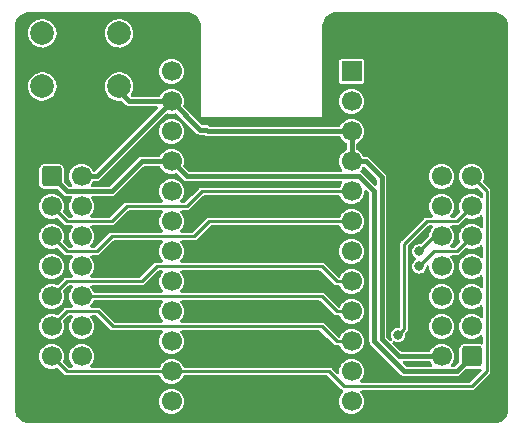
<source format=gtl>
%TF.GenerationSoftware,KiCad,Pcbnew,(6.0.10-0)*%
%TF.CreationDate,2023-01-12T22:41:03+08:00*%
%TF.ProjectId,Control,436f6e74-726f-46c2-9e6b-696361645f70,V3.2.2*%
%TF.SameCoordinates,PX7df6180PY32de760*%
%TF.FileFunction,Copper,L1,Top*%
%TF.FilePolarity,Positive*%
%FSLAX46Y46*%
G04 Gerber Fmt 4.6, Leading zero omitted, Abs format (unit mm)*
G04 Created by KiCad (PCBNEW (6.0.10-0)) date 2023-01-12 22:41:03*
%MOMM*%
%LPD*%
G01*
G04 APERTURE LIST*
G04 Aperture macros list*
%AMRoundRect*
0 Rectangle with rounded corners*
0 $1 Rounding radius*
0 $2 $3 $4 $5 $6 $7 $8 $9 X,Y pos of 4 corners*
0 Add a 4 corners polygon primitive as box body*
4,1,4,$2,$3,$4,$5,$6,$7,$8,$9,$2,$3,0*
0 Add four circle primitives for the rounded corners*
1,1,$1+$1,$2,$3*
1,1,$1+$1,$4,$5*
1,1,$1+$1,$6,$7*
1,1,$1+$1,$8,$9*
0 Add four rect primitives between the rounded corners*
20,1,$1+$1,$2,$3,$4,$5,0*
20,1,$1+$1,$4,$5,$6,$7,0*
20,1,$1+$1,$6,$7,$8,$9,0*
20,1,$1+$1,$8,$9,$2,$3,0*%
G04 Aperture macros list end*
%TA.AperFunction,ComponentPad*%
%ADD10C,1.700000*%
%TD*%
%TA.AperFunction,ComponentPad*%
%ADD11R,1.700000X1.700000*%
%TD*%
%TA.AperFunction,ComponentPad*%
%ADD12RoundRect,0.250000X-0.600000X-0.600000X0.600000X-0.600000X0.600000X0.600000X-0.600000X0.600000X0*%
%TD*%
%TA.AperFunction,ComponentPad*%
%ADD13RoundRect,0.250000X0.600000X0.600000X-0.600000X0.600000X-0.600000X-0.600000X0.600000X-0.600000X0*%
%TD*%
%TA.AperFunction,ComponentPad*%
%ADD14C,2.000000*%
%TD*%
%TA.AperFunction,ViaPad*%
%ADD15C,0.800000*%
%TD*%
%TA.AperFunction,Conductor*%
%ADD16C,0.400000*%
%TD*%
%TA.AperFunction,Conductor*%
%ADD17C,0.250000*%
%TD*%
%TA.AperFunction,Conductor*%
%ADD18C,0.381000*%
%TD*%
G04 APERTURE END LIST*
D10*
%TO.P,U1,24,RAW*%
%TO.N,unconnected-(U1-Pad24)*%
X0Y0D03*
%TO.P,U1,23,GND*%
%TO.N,GND*%
X0Y-2540000D03*
%TO.P,U1,22,RST*%
%TO.N,Reset*%
X0Y-5080000D03*
%TO.P,U1,21,VCC*%
%TO.N,VCC*%
X0Y-7620000D03*
%TO.P,U1,20,A3/PF4*%
%TO.N,Col12*%
X0Y-10160000D03*
%TO.P,U1,19,A2/PF5*%
%TO.N,Col11*%
X0Y-12700000D03*
%TO.P,U1,18,A1/PF6*%
%TO.N,Row3*%
X0Y-15240000D03*
%TO.P,U1,17,A0/PF7*%
%TO.N,Col10*%
X0Y-17780000D03*
%TO.P,U1,16,15/PB1*%
%TO.N,Col9*%
X0Y-20320000D03*
%TO.P,U1,15,14/PB3*%
%TO.N,Col8*%
X0Y-22860000D03*
%TO.P,U1,14,16/PB2*%
%TO.N,Row6*%
X0Y-25400000D03*
%TO.P,U1,13,10/PB6*%
%TO.N,Col7*%
X0Y-27940000D03*
%TO.P,U1,12,9/PB5*%
%TO.N,Col6*%
X15240000Y-27940000D03*
%TO.P,U1,11,8/PB4*%
%TO.N,Col5*%
X15240000Y-25400000D03*
%TO.P,U1,10,7/PE6*%
%TO.N,Row5*%
X15240000Y-22860000D03*
%TO.P,U1,9,6/PD7*%
%TO.N,Col4*%
X15240000Y-20320000D03*
%TO.P,U1,8,5/PC6*%
%TO.N,Row4*%
X15240000Y-17780000D03*
%TO.P,U1,7,4/PD4*%
%TO.N,Col3*%
X15240000Y-15240000D03*
%TO.P,U1,6,3/PD0*%
%TO.N,Row2*%
X15240000Y-12700000D03*
%TO.P,U1,5,2/PD1*%
%TO.N,Row1*%
X15240000Y-10160000D03*
%TO.P,U1,4,GND*%
%TO.N,GND*%
X15240000Y-7620000D03*
%TO.P,U1,3,GND*%
X15240000Y-5080000D03*
%TO.P,U1,2,RX1/PD2*%
%TO.N,Col2*%
X15240000Y-2540000D03*
D11*
%TO.P,U1,1,TX0/PD3*%
%TO.N,Col1*%
X15240000Y0D03*
%TD*%
D12*
%TO.P,J1,1,Pin_1*%
%TO.N,VCC*%
X-10160000Y-8890000D03*
D10*
%TO.P,J1,2,Pin_2*%
%TO.N,GND*%
X-7620000Y-8890000D03*
%TO.P,J1,3,Pin_3*%
%TO.N,Row1*%
X-10160000Y-11430000D03*
%TO.P,J1,4,Pin_4*%
%TO.N,Col1*%
X-7620000Y-11430000D03*
%TO.P,J1,5,Pin_5*%
%TO.N,Row2*%
X-10160000Y-13970000D03*
%TO.P,J1,6,Pin_6*%
%TO.N,Col2*%
X-7620000Y-13970000D03*
%TO.P,J1,7,Pin_7*%
%TO.N,Row3*%
X-10160000Y-16510000D03*
%TO.P,J1,8,Pin_8*%
%TO.N,Col3*%
X-7620000Y-16510000D03*
%TO.P,J1,9,Pin_9*%
%TO.N,Row4*%
X-10160000Y-19050000D03*
%TO.P,J1,10,Pin_10*%
%TO.N,Col4*%
X-7620000Y-19050000D03*
%TO.P,J1,11,Pin_11*%
%TO.N,Row5*%
X-10160000Y-21590000D03*
%TO.P,J1,12,Pin_12*%
%TO.N,Col5*%
X-7620000Y-21590000D03*
%TO.P,J1,13,Pin_13*%
%TO.N,Row6*%
X-10160000Y-24130000D03*
%TO.P,J1,14,Pin_14*%
%TO.N,Col6*%
X-7620000Y-24130000D03*
%TD*%
D13*
%TO.P,J2,1,Pin_1*%
%TO.N,VCC*%
X25400000Y-24130000D03*
D10*
%TO.P,J2,2,Pin_2*%
%TO.N,GND*%
X22860000Y-24130000D03*
%TO.P,J2,3,Pin_3*%
%TO.N,Row1*%
X25400000Y-21590000D03*
%TO.P,J2,4,Pin_4*%
%TO.N,Col7*%
X22860000Y-21590000D03*
%TO.P,J2,5,Pin_5*%
%TO.N,Row2*%
X25400000Y-19050000D03*
%TO.P,J2,6,Pin_6*%
%TO.N,Col8*%
X22860000Y-19050000D03*
%TO.P,J2,7,Pin_7*%
%TO.N,Row3*%
X25400000Y-16510000D03*
%TO.P,J2,8,Pin_8*%
%TO.N,Col9*%
X22860000Y-16510000D03*
%TO.P,J2,9,Pin_9*%
%TO.N,Row4*%
X25400000Y-13970000D03*
%TO.P,J2,10,Pin_10*%
%TO.N,Col10*%
X22860000Y-13970000D03*
%TO.P,J2,11,Pin_11*%
%TO.N,Row5*%
X25400000Y-11430000D03*
%TO.P,J2,12,Pin_12*%
%TO.N,Col11*%
X22860000Y-11430000D03*
%TO.P,J2,13,Pin_13*%
%TO.N,Row6*%
X25400000Y-8890000D03*
%TO.P,J2,14,Pin_14*%
%TO.N,Col12*%
X22860000Y-8890000D03*
%TD*%
D14*
%TO.P,SW1,*%
%TO.N,*%
X-10945000Y3230000D03*
X-10945000Y-1270000D03*
%TO.P,SW1,1,1*%
%TO.N,Reset*%
X-4445000Y3230000D03*
%TO.P,SW1,2,2*%
%TO.N,GND*%
X-4445000Y-1270000D03*
%TD*%
D15*
%TO.N,Row5*%
X19169511Y-22314500D03*
%TO.N,Row4*%
X20955000Y-16510000D03*
%TO.N,Col10*%
X20955000Y-15240000D03*
%TD*%
D16*
%TO.N,GND*%
X0Y-2540000D02*
X2413000Y-4953000D01*
X2921000Y-4953000D02*
X3048000Y-5080000D01*
X2413000Y-4953000D02*
X2921000Y-4953000D01*
X3048000Y-5080000D02*
X15240000Y-5080000D01*
D17*
%TO.N,Row1*%
X-8890000Y-12700000D02*
X-10160000Y-11430000D01*
X1270000Y-11430000D02*
X-3810000Y-11430000D01*
X-3810000Y-11430000D02*
X-5080000Y-12700000D01*
X15240000Y-10160000D02*
X2540000Y-10160000D01*
X-5080000Y-12700000D02*
X-8890000Y-12700000D01*
X2540000Y-10160000D02*
X1270000Y-11430000D01*
D18*
%TO.N,VCC*%
X-8890000Y-10160000D02*
X-5080000Y-10160000D01*
X19685000Y-25400000D02*
X24130000Y-25400000D01*
X17145000Y-22860000D02*
X19685000Y-25400000D01*
X1270000Y-8890000D02*
X15875000Y-8890000D01*
X0Y-7620000D02*
X1270000Y-8890000D01*
X-2540000Y-7620000D02*
X0Y-7620000D01*
X-5080000Y-10160000D02*
X-2540000Y-7620000D01*
X24130000Y-25400000D02*
X25400000Y-24130000D01*
X17145000Y-10160000D02*
X17145000Y-22860000D01*
X-10160000Y-8890000D02*
X-8890000Y-10160000D01*
X15875000Y-8890000D02*
X17145000Y-10160000D01*
D17*
%TO.N,Row5*%
X21590000Y-12700000D02*
X19685000Y-14605000D01*
X13970000Y-22860000D02*
X12700000Y-21590000D01*
X-6252247Y-20320000D02*
X-8890000Y-20320000D01*
X25400000Y-11430000D02*
X24130000Y-12700000D01*
X19685000Y-14605000D02*
X19685000Y-21799011D01*
X15240000Y-22860000D02*
X13970000Y-22860000D01*
X24130000Y-12700000D02*
X21590000Y-12700000D01*
X19685000Y-21799011D02*
X19169511Y-22314500D01*
X-4982247Y-21590000D02*
X-6252247Y-20320000D01*
X-8890000Y-20320000D02*
X-10160000Y-21590000D01*
X12700000Y-21590000D02*
X-4982247Y-21590000D01*
%TO.N,Row6*%
X25400000Y-26670000D02*
X26670000Y-25400000D01*
X0Y-25400000D02*
X13335000Y-25400000D01*
X14605000Y-26670000D02*
X25400000Y-26670000D01*
X13335000Y-25400000D02*
X14605000Y-26670000D01*
X26670000Y-25400000D02*
X26670000Y-10160000D01*
X0Y-25400000D02*
X-8890000Y-25400000D01*
X26670000Y-10160000D02*
X25400000Y-8890000D01*
X-8890000Y-25400000D02*
X-10160000Y-24130000D01*
%TO.N,Row4*%
X24130000Y-15240000D02*
X22225000Y-15240000D01*
X13970000Y-17780000D02*
X12700000Y-16510000D01*
X22225000Y-15240000D02*
X20955000Y-16510000D01*
X-8890000Y-17780000D02*
X-10160000Y-19050000D01*
X12700000Y-16510000D02*
X-1270000Y-16510000D01*
X-2540000Y-17780000D02*
X-8890000Y-17780000D01*
X-1270000Y-16510000D02*
X-2540000Y-17780000D01*
X15240000Y-17780000D02*
X13970000Y-17780000D01*
X25400000Y-13970000D02*
X24130000Y-15240000D01*
%TO.N,Col4*%
X15240000Y-20320000D02*
X13970000Y-20320000D01*
X12700000Y-19050000D02*
X-7620000Y-19050000D01*
X13970000Y-20320000D02*
X12700000Y-19050000D01*
%TO.N,Row2*%
X-6350000Y-15240000D02*
X-5080000Y-13970000D01*
X-5080000Y-13970000D02*
X1905000Y-13970000D01*
X3175000Y-12700000D02*
X15240000Y-12700000D01*
X1905000Y-13970000D02*
X3175000Y-12700000D01*
X-10160000Y-13970000D02*
X-8890000Y-15240000D01*
X-8890000Y-15240000D02*
X-6350000Y-15240000D01*
%TO.N,Col10*%
X22860000Y-13970000D02*
X22225000Y-13970000D01*
X22225000Y-13970000D02*
X20955000Y-15240000D01*
D16*
%TO.N,GND*%
X15240000Y-7620000D02*
X16442081Y-7620000D01*
X-3572000Y-2540000D02*
X0Y-2540000D01*
X16442081Y-7620000D02*
X17780000Y-8957919D01*
X-4700200Y-1411800D02*
X-3572000Y-2540000D01*
X15240000Y-5080000D02*
X15240000Y-7620000D01*
X17780000Y-22660598D02*
X19249402Y-24130000D01*
X-7620000Y-8890000D02*
X-6350000Y-8890000D01*
X17780000Y-8957919D02*
X17780000Y-22660598D01*
X-6350000Y-8890000D02*
X0Y-2540000D01*
X19249402Y-24130000D02*
X22860000Y-24130000D01*
%TD*%
%TA.AperFunction,NonConductor*%
G36*
X16345862Y-8091585D02*
G01*
X16357762Y-8102074D01*
X17342595Y-9086906D01*
X17376620Y-9149218D01*
X17379500Y-9176001D01*
X17379500Y-9537353D01*
X17359498Y-9605474D01*
X17305842Y-9651967D01*
X17235568Y-9662071D01*
X17170988Y-9632577D01*
X17164405Y-9626448D01*
X16195270Y-8657313D01*
X16195269Y-8657311D01*
X16107689Y-8569731D01*
X16098852Y-8565228D01*
X16088763Y-8560087D01*
X16071906Y-8549757D01*
X16062747Y-8543103D01*
X16054723Y-8537273D01*
X16045291Y-8534208D01*
X16044960Y-8534040D01*
X15993344Y-8485293D01*
X15976277Y-8416378D01*
X15999176Y-8349176D01*
X16006779Y-8339441D01*
X16098540Y-8233134D01*
X16098540Y-8233133D01*
X16102564Y-8228472D01*
X16105608Y-8223114D01*
X16159111Y-8128932D01*
X16210150Y-8079581D01*
X16279769Y-8065659D01*
X16345862Y-8091585D01*
G37*
%TD.AperFunction*%
%TA.AperFunction,NonConductor*%
G36*
X-332793Y-3536478D02*
G01*
X-232529Y-3569056D01*
X-232525Y-3569057D01*
X-226671Y-3570959D01*
X-22106Y-3595351D01*
X-15971Y-3594879D01*
X-15969Y-3594879D01*
X40039Y-3590569D01*
X183300Y-3579546D01*
X189234Y-3577889D01*
X189241Y-3577888D01*
X338973Y-3536082D01*
X409963Y-3537028D01*
X461952Y-3568345D01*
X2084950Y-5191342D01*
X2174658Y-5281050D01*
X2183492Y-5285551D01*
X2183493Y-5285552D01*
X2194259Y-5291038D01*
X2211116Y-5301368D01*
X2228910Y-5314296D01*
X2249832Y-5321094D01*
X2268093Y-5328658D01*
X2278861Y-5334145D01*
X2278865Y-5334146D01*
X2287696Y-5338646D01*
X2297485Y-5340197D01*
X2297493Y-5340199D01*
X2309427Y-5342089D01*
X2328647Y-5346703D01*
X2340133Y-5350435D01*
X2340140Y-5350436D01*
X2349567Y-5353499D01*
X2381477Y-5353499D01*
X2381481Y-5353500D01*
X2702918Y-5353500D01*
X2771039Y-5373502D01*
X2792013Y-5390405D01*
X2809658Y-5408050D01*
X2818492Y-5412551D01*
X2818493Y-5412552D01*
X2829259Y-5418038D01*
X2846116Y-5428368D01*
X2855885Y-5435466D01*
X2855888Y-5435467D01*
X2863910Y-5441296D01*
X2884834Y-5448095D01*
X2903094Y-5455659D01*
X2913859Y-5461144D01*
X2913863Y-5461145D01*
X2922696Y-5465646D01*
X2932487Y-5467197D01*
X2932488Y-5467197D01*
X2944422Y-5469087D01*
X2963647Y-5473703D01*
X2975132Y-5477435D01*
X2975136Y-5477436D01*
X2984567Y-5480500D01*
X14187756Y-5480500D01*
X14255877Y-5500502D01*
X14299822Y-5548905D01*
X14352712Y-5651818D01*
X14480677Y-5813270D01*
X14637564Y-5946791D01*
X14774972Y-6023586D01*
X14824676Y-6074279D01*
X14839500Y-6133573D01*
X14839500Y-6567624D01*
X14819498Y-6635745D01*
X14771876Y-6679285D01*
X14662002Y-6736726D01*
X14501447Y-6865815D01*
X14369024Y-7023630D01*
X14366056Y-7029028D01*
X14366053Y-7029033D01*
X14272743Y-7198765D01*
X14269776Y-7204162D01*
X14207484Y-7400532D01*
X14206798Y-7406649D01*
X14206797Y-7406653D01*
X14185207Y-7599137D01*
X14184520Y-7605262D01*
X14201759Y-7810553D01*
X14203458Y-7816478D01*
X14245260Y-7962258D01*
X14258544Y-8008586D01*
X14261359Y-8014063D01*
X14261360Y-8014066D01*
X14349897Y-8186341D01*
X14352712Y-8191818D01*
X14433407Y-8293630D01*
X14434283Y-8294735D01*
X14460921Y-8360545D01*
X14447750Y-8430310D01*
X14398953Y-8481879D01*
X14335538Y-8499000D01*
X1484147Y-8499000D01*
X1416026Y-8478998D01*
X1395052Y-8462095D01*
X1023837Y-8090880D01*
X989811Y-8028568D01*
X993374Y-7962013D01*
X1007408Y-7919827D01*
X1029351Y-7853863D01*
X1055171Y-7649474D01*
X1055583Y-7620000D01*
X1035480Y-7414970D01*
X975935Y-7217749D01*
X879218Y-7035849D01*
X805859Y-6945902D01*
X752906Y-6880975D01*
X752903Y-6880972D01*
X749011Y-6876200D01*
X731786Y-6861950D01*
X595025Y-6748811D01*
X595021Y-6748809D01*
X590275Y-6744882D01*
X409055Y-6646897D01*
X212254Y-6585977D01*
X206129Y-6585333D01*
X206128Y-6585333D01*
X13498Y-6565087D01*
X13496Y-6565087D01*
X7369Y-6564443D01*
X-79471Y-6572346D01*
X-191658Y-6582555D01*
X-191661Y-6582556D01*
X-197797Y-6583114D01*
X-395428Y-6641280D01*
X-577998Y-6736726D01*
X-582799Y-6740586D01*
X-582802Y-6740588D01*
X-593029Y-6748811D01*
X-738553Y-6865815D01*
X-870976Y-7023630D01*
X-941906Y-7152653D01*
X-947980Y-7163701D01*
X-998325Y-7213759D01*
X-1058395Y-7229000D01*
X-2601929Y-7229000D01*
X-2611361Y-7232065D01*
X-2611363Y-7232065D01*
X-2622125Y-7235562D01*
X-2641351Y-7240178D01*
X-2662332Y-7243501D01*
X-2671166Y-7248002D01*
X-2671171Y-7248004D01*
X-2681256Y-7253143D01*
X-2699524Y-7260710D01*
X-2710288Y-7264207D01*
X-2710294Y-7264210D01*
X-2719724Y-7267274D01*
X-2727748Y-7273104D01*
X-2736905Y-7279757D01*
X-2753761Y-7290086D01*
X-2763851Y-7295227D01*
X-2763855Y-7295230D01*
X-2772689Y-7299731D01*
X-2794719Y-7321761D01*
X-4016060Y-8543103D01*
X-5205052Y-9732095D01*
X-5267364Y-9766121D01*
X-5294147Y-9769000D01*
X-6715741Y-9769000D01*
X-6783862Y-9748998D01*
X-6830355Y-9695342D01*
X-6840459Y-9625068D01*
X-6811122Y-9560669D01*
X-6761465Y-9503141D01*
X-6761460Y-9503134D01*
X-6757436Y-9498472D01*
X-6736613Y-9461818D01*
X-6702604Y-9401950D01*
X-6675514Y-9354263D01*
X-6624475Y-9304913D01*
X-6565958Y-9290500D01*
X-6286567Y-9290500D01*
X-6277136Y-9287436D01*
X-6277132Y-9287435D01*
X-6265647Y-9283703D01*
X-6246422Y-9279087D01*
X-6234488Y-9277197D01*
X-6234487Y-9277197D01*
X-6224696Y-9275646D01*
X-6215863Y-9271145D01*
X-6215859Y-9271144D01*
X-6205094Y-9265659D01*
X-6186834Y-9258095D01*
X-6165910Y-9251296D01*
X-6148107Y-9238361D01*
X-6131255Y-9228035D01*
X-6120498Y-9222554D01*
X-6111658Y-9218050D01*
X-6089095Y-9195487D01*
X-6089091Y-9195484D01*
X-1958870Y-5065262D01*
X-1055480Y-5065262D01*
X-1038241Y-5270553D01*
X-1036542Y-5276478D01*
X-986453Y-5451158D01*
X-981456Y-5468586D01*
X-978641Y-5474063D01*
X-978640Y-5474066D01*
X-890103Y-5646341D01*
X-887288Y-5651818D01*
X-759323Y-5813270D01*
X-602436Y-5946791D01*
X-422602Y-6047297D01*
X-339560Y-6074279D01*
X-232529Y-6109056D01*
X-232525Y-6109057D01*
X-226671Y-6110959D01*
X-22106Y-6135351D01*
X-15971Y-6134879D01*
X-15969Y-6134879D01*
X40039Y-6130569D01*
X183300Y-6119546D01*
X189230Y-6117890D01*
X189232Y-6117890D01*
X375797Y-6065800D01*
X375796Y-6065800D01*
X381725Y-6064145D01*
X387214Y-6061372D01*
X387220Y-6061370D01*
X560116Y-5974033D01*
X565610Y-5971258D01*
X727951Y-5844424D01*
X862564Y-5688472D01*
X883387Y-5651818D01*
X901056Y-5620714D01*
X964323Y-5509344D01*
X1029351Y-5313863D01*
X1055171Y-5109474D01*
X1055583Y-5080000D01*
X1035480Y-4874970D01*
X975935Y-4677749D01*
X879218Y-4495849D01*
X805859Y-4405902D01*
X752906Y-4340975D01*
X752903Y-4340972D01*
X749011Y-4336200D01*
X731786Y-4321950D01*
X595025Y-4208811D01*
X595021Y-4208809D01*
X590275Y-4204882D01*
X409055Y-4106897D01*
X212254Y-4045977D01*
X206129Y-4045333D01*
X206128Y-4045333D01*
X13498Y-4025087D01*
X13496Y-4025087D01*
X7369Y-4024443D01*
X-79471Y-4032346D01*
X-191658Y-4042555D01*
X-191661Y-4042556D01*
X-197797Y-4043114D01*
X-395428Y-4101280D01*
X-577998Y-4196726D01*
X-582799Y-4200586D01*
X-582802Y-4200588D01*
X-593029Y-4208811D01*
X-738553Y-4325815D01*
X-870976Y-4483630D01*
X-873944Y-4489028D01*
X-873947Y-4489033D01*
X-961071Y-4647513D01*
X-970224Y-4664162D01*
X-1032516Y-4860532D01*
X-1033202Y-4866649D01*
X-1033203Y-4866653D01*
X-1054793Y-5059137D01*
X-1055480Y-5065262D01*
X-1958870Y-5065262D01*
X-460824Y-3567216D01*
X-398512Y-3533190D01*
X-332793Y-3536478D01*
G37*
%TD.AperFunction*%
%TA.AperFunction,NonConductor*%
G36*
X-989005Y-8031002D02*
G01*
X-945060Y-8079405D01*
X-887288Y-8191818D01*
X-759323Y-8353270D01*
X-754630Y-8357264D01*
X-754629Y-8357265D01*
X-609092Y-8481126D01*
X-602436Y-8486791D01*
X-422602Y-8587297D01*
X-370749Y-8604145D01*
X-232529Y-8649056D01*
X-232525Y-8649057D01*
X-226671Y-8650959D01*
X-22106Y-8675351D01*
X-15971Y-8674879D01*
X-15969Y-8674879D01*
X40523Y-8670532D01*
X183300Y-8659546D01*
X189230Y-8657890D01*
X189232Y-8657890D01*
X349477Y-8613149D01*
X420468Y-8614096D01*
X472456Y-8645413D01*
X949730Y-9122687D01*
X949731Y-9122689D01*
X1037311Y-9210269D01*
X1046147Y-9214772D01*
X1046148Y-9214772D01*
X1056237Y-9219913D01*
X1073094Y-9230243D01*
X1090277Y-9242727D01*
X1099708Y-9245791D01*
X1099711Y-9245793D01*
X1110479Y-9249292D01*
X1128739Y-9256855D01*
X1137185Y-9261158D01*
X1147668Y-9266499D01*
X1157457Y-9268049D01*
X1157462Y-9268051D01*
X1168648Y-9269823D01*
X1187867Y-9274437D01*
X1198635Y-9277935D01*
X1198640Y-9277936D01*
X1208071Y-9281000D01*
X14335972Y-9281000D01*
X14404093Y-9301002D01*
X14450586Y-9354658D01*
X14460690Y-9424932D01*
X14432493Y-9487991D01*
X14369024Y-9563630D01*
X14366056Y-9569028D01*
X14366053Y-9569033D01*
X14314906Y-9662071D01*
X14269776Y-9744162D01*
X14267914Y-9750031D01*
X14265485Y-9755699D01*
X14263458Y-9754830D01*
X14229342Y-9805481D01*
X14164140Y-9833575D01*
X14148901Y-9834500D01*
X2559713Y-9834500D01*
X2548732Y-9834021D01*
X2522170Y-9831697D01*
X2522168Y-9831697D01*
X2511193Y-9830737D01*
X2474783Y-9840492D01*
X2464076Y-9842866D01*
X2426955Y-9849412D01*
X2417411Y-9854922D01*
X2414135Y-9856114D01*
X2410964Y-9857593D01*
X2400316Y-9860446D01*
X2391287Y-9866768D01*
X2384717Y-9871368D01*
X2370035Y-9881649D01*
X2369449Y-9882059D01*
X2360179Y-9887964D01*
X2337092Y-9901293D01*
X2337088Y-9901296D01*
X2327545Y-9906806D01*
X2313684Y-9923325D01*
X2303320Y-9935676D01*
X2295894Y-9943779D01*
X1720382Y-10519292D01*
X1172079Y-11067595D01*
X1109767Y-11101620D01*
X1082984Y-11104500D01*
X847722Y-11104500D01*
X779601Y-11084498D01*
X733108Y-11030842D01*
X723004Y-10960568D01*
X752340Y-10896169D01*
X858540Y-10773134D01*
X858540Y-10773133D01*
X862564Y-10768472D01*
X883387Y-10731818D01*
X914389Y-10677244D01*
X964323Y-10589344D01*
X1029351Y-10393863D01*
X1055171Y-10189474D01*
X1055583Y-10160000D01*
X1035480Y-9954970D01*
X975935Y-9757749D01*
X879218Y-9575849D01*
X786216Y-9461818D01*
X752906Y-9420975D01*
X752903Y-9420972D01*
X749011Y-9416200D01*
X714371Y-9387543D01*
X595025Y-9288811D01*
X595021Y-9288809D01*
X590275Y-9284882D01*
X409055Y-9186897D01*
X212254Y-9125977D01*
X206129Y-9125333D01*
X206128Y-9125333D01*
X13498Y-9105087D01*
X13496Y-9105087D01*
X7369Y-9104443D01*
X-79471Y-9112346D01*
X-191658Y-9122555D01*
X-191661Y-9122556D01*
X-197797Y-9123114D01*
X-395428Y-9181280D01*
X-577998Y-9276726D01*
X-582799Y-9280586D01*
X-582802Y-9280588D01*
X-684227Y-9362136D01*
X-738553Y-9405815D01*
X-870976Y-9563630D01*
X-873944Y-9569028D01*
X-873947Y-9569033D01*
X-942813Y-9694301D01*
X-970224Y-9744162D01*
X-1032516Y-9940532D01*
X-1033202Y-9946649D01*
X-1033203Y-9946653D01*
X-1049223Y-10089481D01*
X-1055480Y-10145262D01*
X-1054964Y-10151406D01*
X-1040642Y-10321957D01*
X-1038241Y-10350553D01*
X-1036542Y-10356478D01*
X-983524Y-10541373D01*
X-981456Y-10548586D01*
X-978641Y-10554063D01*
X-978640Y-10554066D01*
X-906245Y-10694932D01*
X-887288Y-10731818D01*
X-759323Y-10893270D01*
X-759450Y-10893370D01*
X-727773Y-10953870D01*
X-734073Y-11024586D01*
X-777605Y-11080671D01*
X-851342Y-11104500D01*
X-3790287Y-11104500D01*
X-3801268Y-11104021D01*
X-3827830Y-11101697D01*
X-3827832Y-11101697D01*
X-3838807Y-11100737D01*
X-3875217Y-11110492D01*
X-3885924Y-11112866D01*
X-3923045Y-11119412D01*
X-3932589Y-11124922D01*
X-3935865Y-11126114D01*
X-3939036Y-11127593D01*
X-3949684Y-11130446D01*
X-3958713Y-11136768D01*
X-3980551Y-11152059D01*
X-3989821Y-11157964D01*
X-4012908Y-11171293D01*
X-4012912Y-11171296D01*
X-4022455Y-11176806D01*
X-4040147Y-11197890D01*
X-4046680Y-11205676D01*
X-4054106Y-11213779D01*
X-5177921Y-12337595D01*
X-5240233Y-12371620D01*
X-5267016Y-12374500D01*
X-6772278Y-12374500D01*
X-6840399Y-12354498D01*
X-6886892Y-12300842D01*
X-6896996Y-12230568D01*
X-6867660Y-12166169D01*
X-6761460Y-12043134D01*
X-6761460Y-12043133D01*
X-6757436Y-12038472D01*
X-6736613Y-12001818D01*
X-6707485Y-11950543D01*
X-6655677Y-11859344D01*
X-6590649Y-11663863D01*
X-6564829Y-11459474D01*
X-6564417Y-11430000D01*
X-6584520Y-11224970D01*
X-6644065Y-11027749D01*
X-6740782Y-10845849D01*
X-6750747Y-10833630D01*
X-6800087Y-10773134D01*
X-6813543Y-10756635D01*
X-6841097Y-10691205D01*
X-6828902Y-10621263D01*
X-6780830Y-10569018D01*
X-6715900Y-10551000D01*
X-5018072Y-10551000D01*
X-5008640Y-10547935D01*
X-5008638Y-10547935D01*
X-4997876Y-10544438D01*
X-4978649Y-10539822D01*
X-4967464Y-10538051D01*
X-4967461Y-10538050D01*
X-4957668Y-10536499D01*
X-4948834Y-10531998D01*
X-4948829Y-10531996D01*
X-4938744Y-10526857D01*
X-4920474Y-10519289D01*
X-4918922Y-10518785D01*
X-4900277Y-10512727D01*
X-4892256Y-10506900D01*
X-4892253Y-10506898D01*
X-4883094Y-10500243D01*
X-4866237Y-10489913D01*
X-4856148Y-10484772D01*
X-4856147Y-10484772D01*
X-4847311Y-10480269D01*
X-4759731Y-10392689D01*
X-4759730Y-10392687D01*
X-3589597Y-9222554D01*
X-2414947Y-8047905D01*
X-2352635Y-8013879D01*
X-2325852Y-8011000D01*
X-1057126Y-8011000D01*
X-989005Y-8031002D01*
G37*
%TD.AperFunction*%
%TA.AperFunction,NonConductor*%
G36*
X-780946Y-11775502D02*
G01*
X-734453Y-11829158D01*
X-724349Y-11899432D01*
X-752546Y-11962491D01*
X-870976Y-12103630D01*
X-873944Y-12109028D01*
X-873947Y-12109033D01*
X-940761Y-12230568D01*
X-970224Y-12284162D01*
X-1032516Y-12480532D01*
X-1033202Y-12486649D01*
X-1033203Y-12486653D01*
X-1054793Y-12679137D01*
X-1055480Y-12685262D01*
X-1038241Y-12890553D01*
X-1036542Y-12896478D01*
X-988963Y-13062405D01*
X-981456Y-13088586D01*
X-978641Y-13094063D01*
X-978640Y-13094066D01*
X-901134Y-13244877D01*
X-887288Y-13271818D01*
X-759323Y-13433270D01*
X-759450Y-13433370D01*
X-727773Y-13493870D01*
X-734073Y-13564586D01*
X-777605Y-13620671D01*
X-851342Y-13644500D01*
X-5060287Y-13644500D01*
X-5071268Y-13644021D01*
X-5097830Y-13641697D01*
X-5097832Y-13641697D01*
X-5108807Y-13640737D01*
X-5145217Y-13650492D01*
X-5155924Y-13652866D01*
X-5193045Y-13659412D01*
X-5202589Y-13664922D01*
X-5205865Y-13666114D01*
X-5209036Y-13667593D01*
X-5219684Y-13670446D01*
X-5228713Y-13676768D01*
X-5250551Y-13692059D01*
X-5259821Y-13697964D01*
X-5282908Y-13711293D01*
X-5282912Y-13711296D01*
X-5292455Y-13716806D01*
X-5310147Y-13737890D01*
X-5316680Y-13745676D01*
X-5324106Y-13753779D01*
X-6447921Y-14877595D01*
X-6510233Y-14911620D01*
X-6537016Y-14914500D01*
X-6772278Y-14914500D01*
X-6840399Y-14894498D01*
X-6886892Y-14840842D01*
X-6896996Y-14770568D01*
X-6867660Y-14706169D01*
X-6761460Y-14583134D01*
X-6761460Y-14583133D01*
X-6757436Y-14578472D01*
X-6736613Y-14541818D01*
X-6708467Y-14492271D01*
X-6655677Y-14399344D01*
X-6590649Y-14203863D01*
X-6564829Y-13999474D01*
X-6564417Y-13970000D01*
X-6584520Y-13764970D01*
X-6644065Y-13567749D01*
X-6740782Y-13385849D01*
X-6866963Y-13231136D01*
X-6894517Y-13165704D01*
X-6882322Y-13095763D01*
X-6834249Y-13043518D01*
X-6769320Y-13025500D01*
X-5099710Y-13025500D01*
X-5088728Y-13025980D01*
X-5062180Y-13028303D01*
X-5062178Y-13028303D01*
X-5051193Y-13029264D01*
X-5014785Y-13019508D01*
X-5004058Y-13017130D01*
X-5000699Y-13016538D01*
X-4966955Y-13010588D01*
X-4957410Y-13005077D01*
X-4954134Y-13003885D01*
X-4950966Y-13002408D01*
X-4940316Y-12999554D01*
X-4909450Y-12977941D01*
X-4900185Y-12972039D01*
X-4877090Y-12958705D01*
X-4877089Y-12958704D01*
X-4867545Y-12953194D01*
X-4843315Y-12924319D01*
X-4835890Y-12916217D01*
X-3712078Y-11792405D01*
X-3649766Y-11758379D01*
X-3622983Y-11755500D01*
X-849067Y-11755500D01*
X-780946Y-11775502D01*
G37*
%TD.AperFunction*%
%TA.AperFunction,NonConductor*%
G36*
X26265403Y-12164412D02*
G01*
X26321183Y-12208334D01*
X26344500Y-12281357D01*
X26344500Y-13120159D01*
X26324498Y-13188280D01*
X26270842Y-13234773D01*
X26200568Y-13244877D01*
X26138186Y-13217245D01*
X25990275Y-13094882D01*
X25809055Y-12996897D01*
X25612254Y-12935977D01*
X25606129Y-12935333D01*
X25606128Y-12935333D01*
X25413498Y-12915087D01*
X25413496Y-12915087D01*
X25407369Y-12914443D01*
X25320529Y-12922346D01*
X25208342Y-12932555D01*
X25208339Y-12932556D01*
X25202203Y-12933114D01*
X25004572Y-12991280D01*
X24999107Y-12994137D01*
X24937375Y-13026410D01*
X24822002Y-13086726D01*
X24817201Y-13090586D01*
X24817198Y-13090588D01*
X24719136Y-13169432D01*
X24661447Y-13215815D01*
X24529024Y-13373630D01*
X24526056Y-13379028D01*
X24526053Y-13379033D01*
X24459239Y-13500568D01*
X24429776Y-13554162D01*
X24367484Y-13750532D01*
X24366798Y-13756649D01*
X24366797Y-13756653D01*
X24347692Y-13926981D01*
X24344520Y-13955262D01*
X24361759Y-14160553D01*
X24363458Y-14166478D01*
X24411037Y-14332405D01*
X24418544Y-14358586D01*
X24421361Y-14364067D01*
X24421537Y-14364410D01*
X24421575Y-14364608D01*
X24423630Y-14369799D01*
X24422644Y-14370190D01*
X24434888Y-14434140D01*
X24408420Y-14500019D01*
X24398569Y-14511104D01*
X24032079Y-14877595D01*
X23969766Y-14911620D01*
X23942983Y-14914500D01*
X23707722Y-14914500D01*
X23639601Y-14894498D01*
X23593108Y-14840842D01*
X23583004Y-14770568D01*
X23612340Y-14706169D01*
X23718540Y-14583134D01*
X23718540Y-14583133D01*
X23722564Y-14578472D01*
X23743387Y-14541818D01*
X23771533Y-14492271D01*
X23824323Y-14399344D01*
X23889351Y-14203863D01*
X23915171Y-13999474D01*
X23915583Y-13970000D01*
X23895480Y-13764970D01*
X23835935Y-13567749D01*
X23739218Y-13385849D01*
X23613037Y-13231136D01*
X23585483Y-13165704D01*
X23597678Y-13095763D01*
X23645751Y-13043518D01*
X23710680Y-13025500D01*
X24110290Y-13025500D01*
X24121272Y-13025980D01*
X24147820Y-13028303D01*
X24147822Y-13028303D01*
X24158807Y-13029264D01*
X24195215Y-13019508D01*
X24205942Y-13017130D01*
X24209301Y-13016538D01*
X24243045Y-13010588D01*
X24252590Y-13005077D01*
X24255866Y-13003885D01*
X24259034Y-13002408D01*
X24269684Y-12999554D01*
X24300550Y-12977941D01*
X24309815Y-12972039D01*
X24332910Y-12958705D01*
X24332911Y-12958704D01*
X24342455Y-12953194D01*
X24366685Y-12924319D01*
X24374110Y-12916217D01*
X24859122Y-12431205D01*
X24921434Y-12397179D01*
X24987153Y-12400467D01*
X25167471Y-12459056D01*
X25167475Y-12459057D01*
X25173329Y-12460959D01*
X25377894Y-12485351D01*
X25384029Y-12484879D01*
X25384031Y-12484879D01*
X25440523Y-12480532D01*
X25583300Y-12469546D01*
X25589230Y-12467890D01*
X25589232Y-12467890D01*
X25742080Y-12425214D01*
X25781725Y-12414145D01*
X25787214Y-12411372D01*
X25787220Y-12411370D01*
X25960116Y-12324033D01*
X25965610Y-12321258D01*
X25991742Y-12300842D01*
X26123095Y-12198218D01*
X26123096Y-12198217D01*
X26127951Y-12194424D01*
X26131726Y-12190051D01*
X26194732Y-12157619D01*
X26265403Y-12164412D01*
G37*
%TD.AperFunction*%
%TA.AperFunction,NonConductor*%
G36*
X-780946Y-14315502D02*
G01*
X-734453Y-14369158D01*
X-724349Y-14439432D01*
X-752546Y-14502491D01*
X-870976Y-14643630D01*
X-873944Y-14649028D01*
X-873947Y-14649033D01*
X-963383Y-14811718D01*
X-970224Y-14824162D01*
X-1032516Y-15020532D01*
X-1033202Y-15026649D01*
X-1033203Y-15026653D01*
X-1038694Y-15075609D01*
X-1055480Y-15225262D01*
X-1038241Y-15430553D01*
X-1036542Y-15436478D01*
X-998466Y-15569264D01*
X-981456Y-15628586D01*
X-978641Y-15634063D01*
X-978640Y-15634066D01*
X-905154Y-15777054D01*
X-887288Y-15811818D01*
X-759323Y-15973270D01*
X-759450Y-15973370D01*
X-727773Y-16033870D01*
X-734073Y-16104586D01*
X-777605Y-16160671D01*
X-851342Y-16184500D01*
X-1250287Y-16184500D01*
X-1261268Y-16184021D01*
X-1287830Y-16181697D01*
X-1287832Y-16181697D01*
X-1298807Y-16180737D01*
X-1335217Y-16190492D01*
X-1345924Y-16192866D01*
X-1383045Y-16199412D01*
X-1392589Y-16204922D01*
X-1395865Y-16206114D01*
X-1399036Y-16207593D01*
X-1409684Y-16210446D01*
X-1418713Y-16216768D01*
X-1440551Y-16232059D01*
X-1449821Y-16237964D01*
X-1472908Y-16251293D01*
X-1472912Y-16251296D01*
X-1482455Y-16256806D01*
X-1500147Y-16277890D01*
X-1506680Y-16285676D01*
X-1514106Y-16293779D01*
X-2637921Y-17417595D01*
X-2700233Y-17451620D01*
X-2727016Y-17454500D01*
X-6772278Y-17454500D01*
X-6840399Y-17434498D01*
X-6886892Y-17380842D01*
X-6896996Y-17310568D01*
X-6867660Y-17246169D01*
X-6761460Y-17123134D01*
X-6761460Y-17123133D01*
X-6757436Y-17118472D01*
X-6736613Y-17081818D01*
X-6706898Y-17029509D01*
X-6655677Y-16939344D01*
X-6590649Y-16743863D01*
X-6564829Y-16539474D01*
X-6564417Y-16510000D01*
X-6584520Y-16304970D01*
X-6644065Y-16107749D01*
X-6740782Y-15925849D01*
X-6855756Y-15784877D01*
X-6866963Y-15771136D01*
X-6894517Y-15705704D01*
X-6882322Y-15635763D01*
X-6834249Y-15583518D01*
X-6769320Y-15565500D01*
X-6369710Y-15565500D01*
X-6358728Y-15565980D01*
X-6332180Y-15568303D01*
X-6332178Y-15568303D01*
X-6321193Y-15569264D01*
X-6284785Y-15559508D01*
X-6274058Y-15557130D01*
X-6270699Y-15556538D01*
X-6236955Y-15550588D01*
X-6227410Y-15545077D01*
X-6224134Y-15543885D01*
X-6220966Y-15542408D01*
X-6210316Y-15539554D01*
X-6179450Y-15517941D01*
X-6170185Y-15512039D01*
X-6147090Y-15498705D01*
X-6147089Y-15498704D01*
X-6137545Y-15493194D01*
X-6113315Y-15464319D01*
X-6105890Y-15456217D01*
X-4982078Y-14332405D01*
X-4919766Y-14298379D01*
X-4892983Y-14295500D01*
X-849067Y-14295500D01*
X-780946Y-14315502D01*
G37*
%TD.AperFunction*%
%TA.AperFunction,NonConductor*%
G36*
X-780946Y-16855502D02*
G01*
X-734453Y-16909158D01*
X-724349Y-16979432D01*
X-752546Y-17042491D01*
X-870976Y-17183630D01*
X-873944Y-17189028D01*
X-873947Y-17189033D01*
X-940761Y-17310568D01*
X-970224Y-17364162D01*
X-1032516Y-17560532D01*
X-1033202Y-17566649D01*
X-1033203Y-17566653D01*
X-1054793Y-17759137D01*
X-1055480Y-17765262D01*
X-1038241Y-17970553D01*
X-1036542Y-17976478D01*
X-988963Y-18142405D01*
X-981456Y-18168586D01*
X-978641Y-18174063D01*
X-978640Y-18174066D01*
X-901134Y-18324877D01*
X-887288Y-18351818D01*
X-759323Y-18513270D01*
X-759450Y-18513370D01*
X-727773Y-18573870D01*
X-734073Y-18644586D01*
X-777605Y-18700671D01*
X-851342Y-18724500D01*
X-6528731Y-18724500D01*
X-6596852Y-18704498D01*
X-6643992Y-18647991D01*
X-6644065Y-18647749D01*
X-6740782Y-18465849D01*
X-6866963Y-18311136D01*
X-6894517Y-18245704D01*
X-6882322Y-18175763D01*
X-6834249Y-18123518D01*
X-6769320Y-18105500D01*
X-2559710Y-18105500D01*
X-2548728Y-18105980D01*
X-2522180Y-18108303D01*
X-2522178Y-18108303D01*
X-2511193Y-18109264D01*
X-2474785Y-18099508D01*
X-2464058Y-18097130D01*
X-2460699Y-18096538D01*
X-2426955Y-18090588D01*
X-2417410Y-18085077D01*
X-2414134Y-18083885D01*
X-2410966Y-18082408D01*
X-2400316Y-18079554D01*
X-2369450Y-18057941D01*
X-2360185Y-18052039D01*
X-2337090Y-18038705D01*
X-2337089Y-18038704D01*
X-2327545Y-18033194D01*
X-2303315Y-18004319D01*
X-2295890Y-17996217D01*
X-1172078Y-16872405D01*
X-1109766Y-16838379D01*
X-1082983Y-16835500D01*
X-849067Y-16835500D01*
X-780946Y-16855502D01*
G37*
%TD.AperFunction*%
%TA.AperFunction,NonConductor*%
G36*
X-780946Y-19395502D02*
G01*
X-734453Y-19449158D01*
X-724349Y-19519432D01*
X-752546Y-19582491D01*
X-870976Y-19723630D01*
X-873944Y-19729028D01*
X-873947Y-19729033D01*
X-940761Y-19850568D01*
X-970224Y-19904162D01*
X-1032516Y-20100532D01*
X-1033202Y-20106649D01*
X-1033203Y-20106653D01*
X-1054793Y-20299137D01*
X-1055480Y-20305262D01*
X-1038241Y-20510553D01*
X-1036542Y-20516478D01*
X-988963Y-20682405D01*
X-981456Y-20708586D01*
X-978641Y-20714063D01*
X-978640Y-20714066D01*
X-901134Y-20864877D01*
X-887288Y-20891818D01*
X-759323Y-21053270D01*
X-759450Y-21053370D01*
X-727773Y-21113870D01*
X-734073Y-21184586D01*
X-777605Y-21240671D01*
X-851342Y-21264500D01*
X-4795230Y-21264500D01*
X-4863351Y-21244498D01*
X-4884325Y-21227595D01*
X-6008137Y-20103784D01*
X-6015564Y-20095680D01*
X-6020711Y-20089546D01*
X-6039792Y-20066806D01*
X-6049341Y-20061293D01*
X-6072432Y-20047961D01*
X-6081703Y-20042055D01*
X-6090636Y-20035800D01*
X-6112563Y-20020446D01*
X-6123213Y-20017592D01*
X-6126381Y-20016115D01*
X-6129657Y-20014923D01*
X-6139202Y-20009412D01*
X-6172946Y-20003462D01*
X-6176305Y-20002870D01*
X-6187032Y-20000492D01*
X-6223440Y-19990736D01*
X-6234425Y-19991697D01*
X-6234427Y-19991697D01*
X-6260975Y-19994020D01*
X-6271957Y-19994500D01*
X-6772278Y-19994500D01*
X-6840399Y-19974498D01*
X-6886892Y-19920842D01*
X-6896996Y-19850568D01*
X-6867660Y-19786169D01*
X-6761460Y-19663134D01*
X-6761460Y-19663133D01*
X-6757436Y-19658472D01*
X-6736613Y-19621818D01*
X-6678450Y-19519432D01*
X-6655677Y-19479344D01*
X-6649816Y-19461726D01*
X-6609334Y-19403403D01*
X-6543746Y-19376224D01*
X-6530259Y-19375500D01*
X-849067Y-19375500D01*
X-780946Y-19395502D01*
G37*
%TD.AperFunction*%
%TA.AperFunction,NonConductor*%
G36*
X22079054Y-13045502D02*
G01*
X22125547Y-13099158D01*
X22135651Y-13169432D01*
X22107454Y-13232491D01*
X21989024Y-13373630D01*
X21986056Y-13379028D01*
X21986053Y-13379033D01*
X21919239Y-13500568D01*
X21889776Y-13554162D01*
X21827484Y-13750532D01*
X21826798Y-13756649D01*
X21826797Y-13756653D01*
X21820537Y-13812467D01*
X21812610Y-13883134D01*
X21785140Y-13948598D01*
X21776491Y-13958182D01*
X21127382Y-14607291D01*
X21065070Y-14641317D01*
X21021843Y-14643118D01*
X20955000Y-14634318D01*
X20798238Y-14654956D01*
X20652159Y-14715464D01*
X20526718Y-14811718D01*
X20521695Y-14818264D01*
X20504370Y-14840842D01*
X20430464Y-14937159D01*
X20369956Y-15083238D01*
X20349318Y-15240000D01*
X20369956Y-15396762D01*
X20430464Y-15542841D01*
X20526718Y-15668282D01*
X20652159Y-15764536D01*
X20657450Y-15766728D01*
X20705636Y-15817262D01*
X20719074Y-15886975D01*
X20692688Y-15952886D01*
X20657776Y-15983137D01*
X20652159Y-15985464D01*
X20526718Y-16081718D01*
X20521695Y-16088264D01*
X20504370Y-16110842D01*
X20430464Y-16207159D01*
X20369956Y-16353238D01*
X20349318Y-16510000D01*
X20369956Y-16666762D01*
X20430464Y-16812841D01*
X20526718Y-16938282D01*
X20652159Y-17034536D01*
X20798238Y-17095044D01*
X20955000Y-17115682D01*
X20963188Y-17114604D01*
X21103574Y-17096122D01*
X21111762Y-17095044D01*
X21257841Y-17034536D01*
X21383282Y-16938282D01*
X21479536Y-16812841D01*
X21540044Y-16666762D01*
X21557685Y-16532765D01*
X21586407Y-16467838D01*
X21645673Y-16428746D01*
X21716664Y-16427901D01*
X21776843Y-16465571D01*
X21807102Y-16529796D01*
X21808165Y-16538667D01*
X21821759Y-16700553D01*
X21823458Y-16706478D01*
X21871037Y-16872405D01*
X21878544Y-16898586D01*
X21881359Y-16904063D01*
X21881360Y-16904066D01*
X21951804Y-17041136D01*
X21972712Y-17081818D01*
X22100677Y-17243270D01*
X22105370Y-17247264D01*
X22105371Y-17247265D01*
X22249626Y-17370035D01*
X22257564Y-17376791D01*
X22437398Y-17477297D01*
X22531781Y-17507964D01*
X22627471Y-17539056D01*
X22627475Y-17539057D01*
X22633329Y-17540959D01*
X22837894Y-17565351D01*
X22844029Y-17564879D01*
X22844031Y-17564879D01*
X22900523Y-17560532D01*
X23043300Y-17549546D01*
X23049230Y-17547890D01*
X23049232Y-17547890D01*
X23235797Y-17495800D01*
X23235796Y-17495800D01*
X23241725Y-17494145D01*
X23247214Y-17491372D01*
X23247220Y-17491370D01*
X23420116Y-17404033D01*
X23425610Y-17401258D01*
X23451742Y-17380842D01*
X23506780Y-17337841D01*
X23587951Y-17274424D01*
X23613857Y-17244412D01*
X23718540Y-17123134D01*
X23718540Y-17123133D01*
X23722564Y-17118472D01*
X23743387Y-17081818D01*
X23773102Y-17029509D01*
X23824323Y-16939344D01*
X23889351Y-16743863D01*
X23915171Y-16539474D01*
X23915583Y-16510000D01*
X23895480Y-16304970D01*
X23835935Y-16107749D01*
X23739218Y-15925849D01*
X23624244Y-15784877D01*
X23613037Y-15771136D01*
X23585483Y-15705704D01*
X23597678Y-15635763D01*
X23645751Y-15583518D01*
X23710680Y-15565500D01*
X24110290Y-15565500D01*
X24121272Y-15565980D01*
X24147820Y-15568303D01*
X24147822Y-15568303D01*
X24158807Y-15569264D01*
X24195215Y-15559508D01*
X24205942Y-15557130D01*
X24209301Y-15556538D01*
X24243045Y-15550588D01*
X24252590Y-15545077D01*
X24255866Y-15543885D01*
X24259034Y-15542408D01*
X24269684Y-15539554D01*
X24300550Y-15517941D01*
X24309815Y-15512039D01*
X24332910Y-15498705D01*
X24332911Y-15498704D01*
X24342455Y-15493194D01*
X24366685Y-15464319D01*
X24374110Y-15456217D01*
X24859122Y-14971205D01*
X24921434Y-14937179D01*
X24987153Y-14940467D01*
X25167471Y-14999056D01*
X25167475Y-14999057D01*
X25173329Y-15000959D01*
X25377894Y-15025351D01*
X25384029Y-15024879D01*
X25384031Y-15024879D01*
X25440523Y-15020532D01*
X25583300Y-15009546D01*
X25589230Y-15007890D01*
X25589232Y-15007890D01*
X25742080Y-14965214D01*
X25781725Y-14954145D01*
X25787214Y-14951372D01*
X25787220Y-14951370D01*
X25960116Y-14864033D01*
X25965610Y-14861258D01*
X25991742Y-14840842D01*
X26123095Y-14738218D01*
X26123096Y-14738217D01*
X26127951Y-14734424D01*
X26131726Y-14730051D01*
X26194732Y-14697619D01*
X26265403Y-14704412D01*
X26321183Y-14748334D01*
X26344500Y-14821357D01*
X26344500Y-15660159D01*
X26324498Y-15728280D01*
X26270842Y-15774773D01*
X26200568Y-15784877D01*
X26138186Y-15757245D01*
X25990275Y-15634882D01*
X25809055Y-15536897D01*
X25612254Y-15475977D01*
X25606129Y-15475333D01*
X25606128Y-15475333D01*
X25413498Y-15455087D01*
X25413496Y-15455087D01*
X25407369Y-15454443D01*
X25320529Y-15462346D01*
X25208342Y-15472555D01*
X25208339Y-15472556D01*
X25202203Y-15473114D01*
X25004572Y-15531280D01*
X24999107Y-15534137D01*
X24937375Y-15566410D01*
X24822002Y-15626726D01*
X24817201Y-15630586D01*
X24817198Y-15630588D01*
X24719136Y-15709432D01*
X24661447Y-15755815D01*
X24529024Y-15913630D01*
X24526056Y-15919028D01*
X24526053Y-15919033D01*
X24436617Y-16081718D01*
X24429776Y-16094162D01*
X24367484Y-16290532D01*
X24366798Y-16296649D01*
X24366797Y-16296653D01*
X24361306Y-16345609D01*
X24344520Y-16495262D01*
X24361759Y-16700553D01*
X24363458Y-16706478D01*
X24411037Y-16872405D01*
X24418544Y-16898586D01*
X24421359Y-16904063D01*
X24421360Y-16904066D01*
X24491804Y-17041136D01*
X24512712Y-17081818D01*
X24640677Y-17243270D01*
X24645370Y-17247264D01*
X24645371Y-17247265D01*
X24789626Y-17370035D01*
X24797564Y-17376791D01*
X24977398Y-17477297D01*
X25071781Y-17507964D01*
X25167471Y-17539056D01*
X25167475Y-17539057D01*
X25173329Y-17540959D01*
X25377894Y-17565351D01*
X25384029Y-17564879D01*
X25384031Y-17564879D01*
X25440523Y-17560532D01*
X25583300Y-17549546D01*
X25589230Y-17547890D01*
X25589232Y-17547890D01*
X25775797Y-17495800D01*
X25775796Y-17495800D01*
X25781725Y-17494145D01*
X25787214Y-17491372D01*
X25787220Y-17491370D01*
X25960116Y-17404033D01*
X25965610Y-17401258D01*
X25991742Y-17380842D01*
X26123095Y-17278218D01*
X26123096Y-17278217D01*
X26127951Y-17274424D01*
X26131726Y-17270051D01*
X26194732Y-17237619D01*
X26265403Y-17244412D01*
X26321183Y-17288334D01*
X26344500Y-17361357D01*
X26344500Y-18200159D01*
X26324498Y-18268280D01*
X26270842Y-18314773D01*
X26200568Y-18324877D01*
X26138186Y-18297245D01*
X25990275Y-18174882D01*
X25809055Y-18076897D01*
X25612254Y-18015977D01*
X25606129Y-18015333D01*
X25606128Y-18015333D01*
X25413498Y-17995087D01*
X25413496Y-17995087D01*
X25407369Y-17994443D01*
X25320529Y-18002346D01*
X25208342Y-18012555D01*
X25208339Y-18012556D01*
X25202203Y-18013114D01*
X25004572Y-18071280D01*
X24999107Y-18074137D01*
X24937375Y-18106410D01*
X24822002Y-18166726D01*
X24817201Y-18170586D01*
X24817198Y-18170588D01*
X24719136Y-18249432D01*
X24661447Y-18295815D01*
X24529024Y-18453630D01*
X24526056Y-18459028D01*
X24526053Y-18459033D01*
X24462285Y-18575028D01*
X24429776Y-18634162D01*
X24367484Y-18830532D01*
X24366798Y-18836649D01*
X24366797Y-18836653D01*
X24345207Y-19029137D01*
X24344520Y-19035262D01*
X24361759Y-19240553D01*
X24363458Y-19246478D01*
X24411037Y-19412405D01*
X24418544Y-19438586D01*
X24421359Y-19444063D01*
X24421360Y-19444066D01*
X24491804Y-19581136D01*
X24512712Y-19621818D01*
X24640677Y-19783270D01*
X24645370Y-19787264D01*
X24645371Y-19787265D01*
X24789626Y-19910035D01*
X24797564Y-19916791D01*
X24977398Y-20017297D01*
X25071772Y-20047961D01*
X25167471Y-20079056D01*
X25167475Y-20079057D01*
X25173329Y-20080959D01*
X25377894Y-20105351D01*
X25384029Y-20104879D01*
X25384031Y-20104879D01*
X25440523Y-20100532D01*
X25583300Y-20089546D01*
X25589230Y-20087890D01*
X25589232Y-20087890D01*
X25742080Y-20045214D01*
X25781725Y-20034145D01*
X25787214Y-20031372D01*
X25787220Y-20031370D01*
X25960116Y-19944033D01*
X25965610Y-19941258D01*
X25991742Y-19920842D01*
X26123095Y-19818218D01*
X26123096Y-19818217D01*
X26127951Y-19814424D01*
X26131726Y-19810051D01*
X26194732Y-19777619D01*
X26265403Y-19784412D01*
X26321183Y-19828334D01*
X26344500Y-19901357D01*
X26344500Y-20740159D01*
X26324498Y-20808280D01*
X26270842Y-20854773D01*
X26200568Y-20864877D01*
X26138186Y-20837245D01*
X25990275Y-20714882D01*
X25809055Y-20616897D01*
X25612254Y-20555977D01*
X25606129Y-20555333D01*
X25606128Y-20555333D01*
X25413498Y-20535087D01*
X25413496Y-20535087D01*
X25407369Y-20534443D01*
X25320529Y-20542346D01*
X25208342Y-20552555D01*
X25208339Y-20552556D01*
X25202203Y-20553114D01*
X25004572Y-20611280D01*
X24822002Y-20706726D01*
X24817201Y-20710586D01*
X24817198Y-20710588D01*
X24719136Y-20789432D01*
X24661447Y-20835815D01*
X24529024Y-20993630D01*
X24526056Y-20999028D01*
X24526053Y-20999033D01*
X24462285Y-21115028D01*
X24429776Y-21174162D01*
X24367484Y-21370532D01*
X24366798Y-21376649D01*
X24366797Y-21376653D01*
X24345207Y-21569137D01*
X24344520Y-21575262D01*
X24345036Y-21581406D01*
X24357734Y-21732616D01*
X24361759Y-21780553D01*
X24363458Y-21786478D01*
X24411037Y-21952405D01*
X24418544Y-21978586D01*
X24421359Y-21984063D01*
X24421360Y-21984066D01*
X24491804Y-22121136D01*
X24512712Y-22161818D01*
X24640677Y-22323270D01*
X24645370Y-22327264D01*
X24645371Y-22327265D01*
X24789626Y-22450035D01*
X24797564Y-22456791D01*
X24802942Y-22459797D01*
X24802944Y-22459798D01*
X24834563Y-22477469D01*
X24977398Y-22557297D01*
X25072238Y-22588113D01*
X25167471Y-22619056D01*
X25167475Y-22619057D01*
X25173329Y-22620959D01*
X25377894Y-22645351D01*
X25384029Y-22644879D01*
X25384031Y-22644879D01*
X25440523Y-22640532D01*
X25583300Y-22629546D01*
X25589230Y-22627890D01*
X25589232Y-22627890D01*
X25775797Y-22575800D01*
X25775796Y-22575800D01*
X25781725Y-22574145D01*
X25787214Y-22571372D01*
X25787220Y-22571370D01*
X25960116Y-22484033D01*
X25965610Y-22481258D01*
X25978405Y-22471262D01*
X26123095Y-22358218D01*
X26123096Y-22358217D01*
X26127951Y-22354424D01*
X26131726Y-22350051D01*
X26194732Y-22317619D01*
X26265403Y-22324412D01*
X26321183Y-22368334D01*
X26344500Y-22441357D01*
X26344500Y-22995689D01*
X26324498Y-23063810D01*
X26270842Y-23110303D01*
X26200568Y-23120407D01*
X26176752Y-23114572D01*
X26120600Y-23094853D01*
X26085369Y-23082481D01*
X26077723Y-23081758D01*
X26077722Y-23081758D01*
X26071752Y-23081194D01*
X26053834Y-23079500D01*
X24746166Y-23079500D01*
X24728248Y-23081194D01*
X24722278Y-23081758D01*
X24722277Y-23081758D01*
X24714631Y-23082481D01*
X24586816Y-23127366D01*
X24579246Y-23132958D01*
X24579243Y-23132959D01*
X24516216Y-23179512D01*
X24477850Y-23207850D01*
X24472258Y-23215421D01*
X24402959Y-23309243D01*
X24402958Y-23309246D01*
X24397366Y-23316816D01*
X24352481Y-23444631D01*
X24349500Y-23476166D01*
X24349500Y-24575353D01*
X24329498Y-24643474D01*
X24312595Y-24664448D01*
X24004948Y-24972095D01*
X23942636Y-25006121D01*
X23915853Y-25009000D01*
X23764259Y-25009000D01*
X23696138Y-24988998D01*
X23649645Y-24935342D01*
X23639541Y-24865068D01*
X23668878Y-24800669D01*
X23718535Y-24743141D01*
X23718540Y-24743134D01*
X23722564Y-24738472D01*
X23743387Y-24701818D01*
X23772515Y-24650543D01*
X23824323Y-24559344D01*
X23889351Y-24363863D01*
X23915171Y-24159474D01*
X23915583Y-24130000D01*
X23895480Y-23924970D01*
X23835935Y-23727749D01*
X23739218Y-23545849D01*
X23646216Y-23431818D01*
X23612906Y-23390975D01*
X23612903Y-23390972D01*
X23609011Y-23386200D01*
X23535878Y-23325699D01*
X23455025Y-23258811D01*
X23455021Y-23258809D01*
X23450275Y-23254882D01*
X23269055Y-23156897D01*
X23072254Y-23095977D01*
X23066129Y-23095333D01*
X23066128Y-23095333D01*
X22873498Y-23075087D01*
X22873496Y-23075087D01*
X22867369Y-23074443D01*
X22786988Y-23081758D01*
X22668342Y-23092555D01*
X22668339Y-23092556D01*
X22662203Y-23093114D01*
X22464572Y-23151280D01*
X22282002Y-23246726D01*
X22277201Y-23250586D01*
X22277198Y-23250588D01*
X22222325Y-23294707D01*
X22121447Y-23375815D01*
X21989024Y-23533630D01*
X21986054Y-23539033D01*
X21986053Y-23539034D01*
X21917242Y-23664201D01*
X21866896Y-23714260D01*
X21806827Y-23729500D01*
X19467484Y-23729500D01*
X19399363Y-23709498D01*
X19378393Y-23692599D01*
X18731024Y-23045230D01*
X18697000Y-22982919D01*
X18702065Y-22912103D01*
X18744612Y-22855268D01*
X18811132Y-22830457D01*
X18868338Y-22839727D01*
X19012749Y-22899544D01*
X19169511Y-22920182D01*
X19177699Y-22919104D01*
X19318085Y-22900622D01*
X19326273Y-22899544D01*
X19472352Y-22839036D01*
X19597793Y-22742782D01*
X19694047Y-22617341D01*
X19754555Y-22471262D01*
X19775193Y-22314500D01*
X19766393Y-22247657D01*
X19777332Y-22177510D01*
X19802220Y-22142117D01*
X19901215Y-22043122D01*
X19909319Y-22035695D01*
X19929749Y-22018552D01*
X19938194Y-22011466D01*
X19943707Y-22001917D01*
X19957039Y-21978826D01*
X19962945Y-21969555D01*
X19978230Y-21947726D01*
X19984554Y-21938695D01*
X19987409Y-21928042D01*
X19988883Y-21924880D01*
X19990075Y-21921604D01*
X19995588Y-21912056D01*
X19997502Y-21901201D01*
X19997504Y-21901196D01*
X20002133Y-21874946D01*
X20004511Y-21864219D01*
X20011412Y-21838463D01*
X20011412Y-21838460D01*
X20014264Y-21827817D01*
X20012276Y-21805087D01*
X20010979Y-21790267D01*
X20010500Y-21779286D01*
X20010500Y-21575262D01*
X21804520Y-21575262D01*
X21805036Y-21581406D01*
X21817734Y-21732616D01*
X21821759Y-21780553D01*
X21823458Y-21786478D01*
X21871037Y-21952405D01*
X21878544Y-21978586D01*
X21881359Y-21984063D01*
X21881360Y-21984066D01*
X21951804Y-22121136D01*
X21972712Y-22161818D01*
X22100677Y-22323270D01*
X22105370Y-22327264D01*
X22105371Y-22327265D01*
X22249626Y-22450035D01*
X22257564Y-22456791D01*
X22262942Y-22459797D01*
X22262944Y-22459798D01*
X22294563Y-22477469D01*
X22437398Y-22557297D01*
X22532238Y-22588113D01*
X22627471Y-22619056D01*
X22627475Y-22619057D01*
X22633329Y-22620959D01*
X22837894Y-22645351D01*
X22844029Y-22644879D01*
X22844031Y-22644879D01*
X22900523Y-22640532D01*
X23043300Y-22629546D01*
X23049230Y-22627890D01*
X23049232Y-22627890D01*
X23235797Y-22575800D01*
X23235796Y-22575800D01*
X23241725Y-22574145D01*
X23247214Y-22571372D01*
X23247220Y-22571370D01*
X23420116Y-22484033D01*
X23425610Y-22481258D01*
X23438405Y-22471262D01*
X23583101Y-22358213D01*
X23587951Y-22354424D01*
X23613857Y-22324412D01*
X23718540Y-22203134D01*
X23718540Y-22203133D01*
X23722564Y-22198472D01*
X23729619Y-22186054D01*
X23772515Y-22110543D01*
X23824323Y-22019344D01*
X23889351Y-21823863D01*
X23915171Y-21619474D01*
X23915583Y-21590000D01*
X23895480Y-21384970D01*
X23835935Y-21187749D01*
X23739218Y-21005849D01*
X23646216Y-20891818D01*
X23612906Y-20850975D01*
X23612903Y-20850972D01*
X23609011Y-20846200D01*
X23563174Y-20808280D01*
X23455025Y-20718811D01*
X23455021Y-20718808D01*
X23450275Y-20714882D01*
X23269055Y-20616897D01*
X23072254Y-20555977D01*
X23066129Y-20555333D01*
X23066128Y-20555333D01*
X22873498Y-20535087D01*
X22873496Y-20535087D01*
X22867369Y-20534443D01*
X22780529Y-20542346D01*
X22668342Y-20552555D01*
X22668339Y-20552556D01*
X22662203Y-20553114D01*
X22464572Y-20611280D01*
X22282002Y-20706726D01*
X22277201Y-20710586D01*
X22277198Y-20710588D01*
X22179136Y-20789432D01*
X22121447Y-20835815D01*
X21989024Y-20993630D01*
X21986056Y-20999028D01*
X21986053Y-20999033D01*
X21922285Y-21115028D01*
X21889776Y-21174162D01*
X21827484Y-21370532D01*
X21826798Y-21376649D01*
X21826797Y-21376653D01*
X21805207Y-21569137D01*
X21804520Y-21575262D01*
X20010500Y-21575262D01*
X20010500Y-19035262D01*
X21804520Y-19035262D01*
X21821759Y-19240553D01*
X21823458Y-19246478D01*
X21871037Y-19412405D01*
X21878544Y-19438586D01*
X21881359Y-19444063D01*
X21881360Y-19444066D01*
X21951804Y-19581136D01*
X21972712Y-19621818D01*
X22100677Y-19783270D01*
X22105370Y-19787264D01*
X22105371Y-19787265D01*
X22249626Y-19910035D01*
X22257564Y-19916791D01*
X22437398Y-20017297D01*
X22531772Y-20047961D01*
X22627471Y-20079056D01*
X22627475Y-20079057D01*
X22633329Y-20080959D01*
X22837894Y-20105351D01*
X22844029Y-20104879D01*
X22844031Y-20104879D01*
X22900523Y-20100532D01*
X23043300Y-20089546D01*
X23049230Y-20087890D01*
X23049232Y-20087890D01*
X23202080Y-20045214D01*
X23241725Y-20034145D01*
X23247214Y-20031372D01*
X23247220Y-20031370D01*
X23420116Y-19944033D01*
X23425610Y-19941258D01*
X23451742Y-19920842D01*
X23506780Y-19877841D01*
X23587951Y-19814424D01*
X23613857Y-19784412D01*
X23718540Y-19663134D01*
X23718540Y-19663133D01*
X23722564Y-19658472D01*
X23743387Y-19621818D01*
X23772515Y-19570543D01*
X23824323Y-19479344D01*
X23889351Y-19283863D01*
X23915171Y-19079474D01*
X23915583Y-19050000D01*
X23895480Y-18844970D01*
X23835935Y-18647749D01*
X23739218Y-18465849D01*
X23646216Y-18351818D01*
X23612906Y-18310975D01*
X23612903Y-18310972D01*
X23609011Y-18306200D01*
X23563174Y-18268280D01*
X23455025Y-18178811D01*
X23455021Y-18178808D01*
X23450275Y-18174882D01*
X23269055Y-18076897D01*
X23072254Y-18015977D01*
X23066129Y-18015333D01*
X23066128Y-18015333D01*
X22873498Y-17995087D01*
X22873496Y-17995087D01*
X22867369Y-17994443D01*
X22780529Y-18002346D01*
X22668342Y-18012555D01*
X22668339Y-18012556D01*
X22662203Y-18013114D01*
X22464572Y-18071280D01*
X22459107Y-18074137D01*
X22397375Y-18106410D01*
X22282002Y-18166726D01*
X22277201Y-18170586D01*
X22277198Y-18170588D01*
X22179136Y-18249432D01*
X22121447Y-18295815D01*
X21989024Y-18453630D01*
X21986056Y-18459028D01*
X21986053Y-18459033D01*
X21922285Y-18575028D01*
X21889776Y-18634162D01*
X21827484Y-18830532D01*
X21826798Y-18836649D01*
X21826797Y-18836653D01*
X21805207Y-19029137D01*
X21804520Y-19035262D01*
X20010500Y-19035262D01*
X20010500Y-14792016D01*
X20030502Y-14723895D01*
X20047405Y-14702921D01*
X21687921Y-13062405D01*
X21750233Y-13028379D01*
X21777016Y-13025500D01*
X22010933Y-13025500D01*
X22079054Y-13045502D01*
G37*
%TD.AperFunction*%
%TA.AperFunction,NonConductor*%
G36*
X21875877Y-24550502D02*
G01*
X21919822Y-24598905D01*
X21926793Y-24612468D01*
X21953507Y-24664448D01*
X21972712Y-24701818D01*
X22051060Y-24800669D01*
X22054283Y-24804735D01*
X22080921Y-24870545D01*
X22067750Y-24940310D01*
X22018953Y-24991879D01*
X21955538Y-25009000D01*
X19899148Y-25009000D01*
X19831027Y-24988998D01*
X19810053Y-24972095D01*
X19583553Y-24745595D01*
X19549527Y-24683283D01*
X19554592Y-24612468D01*
X19597139Y-24555632D01*
X19663659Y-24530821D01*
X19672648Y-24530500D01*
X21807756Y-24530500D01*
X21875877Y-24550502D01*
G37*
%TD.AperFunction*%
%TA.AperFunction,NonConductor*%
G36*
X1257965Y5017312D02*
G01*
X1261762Y5017927D01*
X1270000Y5014515D01*
X1279839Y5018590D01*
X1300494Y5016370D01*
X1304493Y5016785D01*
X1449322Y5005387D01*
X1468849Y5002294D01*
X1634120Y4962616D01*
X1652914Y4956510D01*
X1809945Y4891465D01*
X1827556Y4882491D01*
X1972475Y4793684D01*
X1988470Y4782063D01*
X2117705Y4671686D01*
X2131686Y4657705D01*
X2242063Y4528470D01*
X2253684Y4512475D01*
X2342491Y4367556D01*
X2351465Y4349945D01*
X2371675Y4301155D01*
X2416508Y4192919D01*
X2422616Y4174120D01*
X2450036Y4059910D01*
X2462294Y4008850D01*
X2465387Y3989321D01*
X2478642Y3820894D01*
X2478628Y3819930D01*
X2474515Y3810000D01*
X2478354Y3800733D01*
X2478308Y3797543D01*
X2477583Y3790801D01*
X2479500Y3777469D01*
X2479500Y-3797965D01*
X2477312Y-3797965D01*
X2477927Y-3801762D01*
X2474515Y-3810000D01*
X2479500Y-3822035D01*
X2493695Y-3856305D01*
X2510433Y-3863238D01*
X2523264Y-3868553D01*
X2523265Y-3868553D01*
X2540000Y-3875485D01*
X2549839Y-3871410D01*
X2559203Y-3872416D01*
X2572531Y-3870500D01*
X12687965Y-3870500D01*
X12687965Y-3872688D01*
X12691762Y-3872073D01*
X12700000Y-3875485D01*
X12709838Y-3871410D01*
X12709839Y-3871410D01*
X12729568Y-3863238D01*
X12729569Y-3863237D01*
X12746305Y-3856305D01*
X12760500Y-3822035D01*
X12765485Y-3810000D01*
X12761410Y-3800161D01*
X12762416Y-3790797D01*
X12760500Y-3777469D01*
X12760500Y-2525262D01*
X14184520Y-2525262D01*
X14201759Y-2730553D01*
X14203458Y-2736478D01*
X14250719Y-2901296D01*
X14258544Y-2928586D01*
X14261359Y-2934063D01*
X14261360Y-2934066D01*
X14349897Y-3106341D01*
X14352712Y-3111818D01*
X14480677Y-3273270D01*
X14637564Y-3406791D01*
X14817398Y-3507297D01*
X14897088Y-3533190D01*
X15007471Y-3569056D01*
X15007475Y-3569057D01*
X15013329Y-3570959D01*
X15217894Y-3595351D01*
X15224029Y-3594879D01*
X15224031Y-3594879D01*
X15280039Y-3590569D01*
X15423300Y-3579546D01*
X15429230Y-3577890D01*
X15429232Y-3577890D01*
X15615797Y-3525800D01*
X15615796Y-3525800D01*
X15621725Y-3524145D01*
X15627214Y-3521372D01*
X15627220Y-3521370D01*
X15800116Y-3434033D01*
X15805610Y-3431258D01*
X15967951Y-3304424D01*
X16102564Y-3148472D01*
X16123387Y-3111818D01*
X16201276Y-2974707D01*
X16204323Y-2969344D01*
X16269351Y-2773863D01*
X16295171Y-2569474D01*
X16295583Y-2540000D01*
X16275480Y-2334970D01*
X16215935Y-2137749D01*
X16119218Y-1955849D01*
X16045859Y-1865902D01*
X15992906Y-1800975D01*
X15992903Y-1800972D01*
X15989011Y-1796200D01*
X15945711Y-1760379D01*
X15835025Y-1668811D01*
X15835021Y-1668809D01*
X15830275Y-1664882D01*
X15649055Y-1566897D01*
X15452254Y-1505977D01*
X15446129Y-1505333D01*
X15446128Y-1505333D01*
X15253498Y-1485087D01*
X15253496Y-1485087D01*
X15247369Y-1484443D01*
X15160529Y-1492346D01*
X15048342Y-1502555D01*
X15048339Y-1502556D01*
X15042203Y-1503114D01*
X14844572Y-1561280D01*
X14662002Y-1656726D01*
X14657201Y-1660586D01*
X14657198Y-1660588D01*
X14539889Y-1754907D01*
X14501447Y-1785815D01*
X14369024Y-1943630D01*
X14366056Y-1949028D01*
X14366053Y-1949033D01*
X14297242Y-2074201D01*
X14269776Y-2124162D01*
X14207484Y-2320532D01*
X14206798Y-2326649D01*
X14206797Y-2326653D01*
X14190364Y-2473162D01*
X14184520Y-2525262D01*
X12760500Y-2525262D01*
X12760500Y-869748D01*
X14189500Y-869748D01*
X14190707Y-875816D01*
X14194331Y-894033D01*
X14201133Y-928231D01*
X14245448Y-994552D01*
X14311769Y-1038867D01*
X14323938Y-1041288D01*
X14323939Y-1041288D01*
X14364184Y-1049293D01*
X14370252Y-1050500D01*
X16109748Y-1050500D01*
X16115816Y-1049293D01*
X16156061Y-1041288D01*
X16156062Y-1041288D01*
X16168231Y-1038867D01*
X16234552Y-994552D01*
X16278867Y-928231D01*
X16285670Y-894033D01*
X16289293Y-875816D01*
X16290500Y-869748D01*
X16290500Y869748D01*
X16278867Y928231D01*
X16234552Y994552D01*
X16168231Y1038867D01*
X16156062Y1041288D01*
X16156061Y1041288D01*
X16115816Y1049293D01*
X16109748Y1050500D01*
X14370252Y1050500D01*
X14364184Y1049293D01*
X14323939Y1041288D01*
X14323938Y1041288D01*
X14311769Y1038867D01*
X14245448Y994552D01*
X14201133Y928231D01*
X14189500Y869748D01*
X14189500Y-869748D01*
X12760500Y-869748D01*
X12760500Y3797965D01*
X12762688Y3797965D01*
X12762073Y3801762D01*
X12765485Y3810000D01*
X12761410Y3819839D01*
X12763630Y3840494D01*
X12763215Y3844493D01*
X12774613Y3989322D01*
X12777706Y4008850D01*
X12789964Y4059910D01*
X12817384Y4174120D01*
X12823492Y4192919D01*
X12868325Y4301155D01*
X12888535Y4349945D01*
X12897509Y4367556D01*
X12986316Y4512475D01*
X12997937Y4528470D01*
X13108314Y4657705D01*
X13122295Y4671686D01*
X13251530Y4782063D01*
X13267525Y4793684D01*
X13412444Y4882491D01*
X13430055Y4891465D01*
X13587086Y4956510D01*
X13605880Y4962616D01*
X13771151Y5002294D01*
X13790679Y5005387D01*
X13959106Y5018642D01*
X13960070Y5018628D01*
X13970000Y5014515D01*
X13979267Y5018354D01*
X13982457Y5018308D01*
X13989199Y5017583D01*
X14002531Y5019500D01*
X27292965Y5019500D01*
X27292965Y5017312D01*
X27296762Y5017927D01*
X27305000Y5014515D01*
X27314839Y5018590D01*
X27335494Y5016370D01*
X27339493Y5016785D01*
X27484322Y5005387D01*
X27503849Y5002294D01*
X27669120Y4962616D01*
X27687914Y4956510D01*
X27844945Y4891465D01*
X27862556Y4882491D01*
X28007475Y4793684D01*
X28023470Y4782063D01*
X28152705Y4671686D01*
X28166686Y4657705D01*
X28277063Y4528470D01*
X28288684Y4512475D01*
X28377491Y4367556D01*
X28386465Y4349945D01*
X28406675Y4301155D01*
X28451508Y4192919D01*
X28457616Y4174120D01*
X28485036Y4059910D01*
X28497294Y4008850D01*
X28500387Y3989321D01*
X28513642Y3820894D01*
X28513628Y3819930D01*
X28509515Y3810000D01*
X28513354Y3800733D01*
X28513308Y3797543D01*
X28512583Y3790801D01*
X28514500Y3777469D01*
X28514500Y-28562965D01*
X28512312Y-28562965D01*
X28512927Y-28566762D01*
X28509515Y-28575000D01*
X28513590Y-28584839D01*
X28511370Y-28605494D01*
X28511785Y-28609493D01*
X28500387Y-28754322D01*
X28497294Y-28773849D01*
X28460815Y-28925800D01*
X28457618Y-28939115D01*
X28451510Y-28957914D01*
X28386465Y-29114945D01*
X28377491Y-29132556D01*
X28288684Y-29277475D01*
X28277063Y-29293470D01*
X28166686Y-29422705D01*
X28152705Y-29436686D01*
X28023470Y-29547063D01*
X28007475Y-29558684D01*
X27862556Y-29647491D01*
X27844945Y-29656465D01*
X27687914Y-29721510D01*
X27669120Y-29727616D01*
X27516946Y-29764150D01*
X27503850Y-29767294D01*
X27484321Y-29770387D01*
X27315894Y-29783642D01*
X27314930Y-29783628D01*
X27305000Y-29779515D01*
X27295733Y-29783354D01*
X27292543Y-29783308D01*
X27285801Y-29782583D01*
X27272469Y-29784500D01*
X-12052965Y-29784500D01*
X-12052965Y-29782312D01*
X-12056762Y-29782927D01*
X-12065000Y-29779515D01*
X-12074839Y-29783590D01*
X-12095494Y-29781370D01*
X-12099493Y-29781785D01*
X-12244322Y-29770387D01*
X-12263850Y-29767294D01*
X-12276946Y-29764150D01*
X-12429120Y-29727616D01*
X-12447914Y-29721510D01*
X-12604945Y-29656465D01*
X-12622556Y-29647491D01*
X-12767475Y-29558684D01*
X-12783470Y-29547063D01*
X-12912705Y-29436686D01*
X-12926686Y-29422705D01*
X-13037063Y-29293470D01*
X-13048684Y-29277475D01*
X-13137491Y-29132556D01*
X-13146465Y-29114945D01*
X-13211510Y-28957914D01*
X-13217618Y-28939115D01*
X-13220814Y-28925800D01*
X-13257294Y-28773849D01*
X-13260387Y-28754321D01*
X-13273642Y-28585894D01*
X-13273628Y-28584930D01*
X-13269515Y-28575000D01*
X-13273354Y-28565733D01*
X-13273308Y-28562543D01*
X-13272583Y-28555801D01*
X-13274500Y-28542469D01*
X-13274500Y-27925262D01*
X-1055480Y-27925262D01*
X-1038241Y-28130553D01*
X-981456Y-28328586D01*
X-978641Y-28334063D01*
X-978640Y-28334066D01*
X-957753Y-28374707D01*
X-887288Y-28511818D01*
X-759323Y-28673270D01*
X-602436Y-28806791D01*
X-422602Y-28907297D01*
X-327762Y-28938113D01*
X-232529Y-28969056D01*
X-232525Y-28969057D01*
X-226671Y-28970959D01*
X-22106Y-28995351D01*
X-15971Y-28994879D01*
X-15969Y-28994879D01*
X40039Y-28990569D01*
X183300Y-28979546D01*
X189230Y-28977890D01*
X189232Y-28977890D01*
X375797Y-28925800D01*
X375796Y-28925800D01*
X381725Y-28924145D01*
X387214Y-28921372D01*
X387220Y-28921370D01*
X560116Y-28834033D01*
X565610Y-28831258D01*
X727951Y-28704424D01*
X813345Y-28605494D01*
X858540Y-28553134D01*
X858540Y-28553133D01*
X862564Y-28548472D01*
X883387Y-28511818D01*
X961276Y-28374707D01*
X964323Y-28369344D01*
X1029351Y-28173863D01*
X1055171Y-27969474D01*
X1055583Y-27940000D01*
X1035480Y-27734970D01*
X975935Y-27537749D01*
X879218Y-27355849D01*
X753037Y-27201136D01*
X752906Y-27200975D01*
X752903Y-27200972D01*
X749011Y-27196200D01*
X726575Y-27177639D01*
X595025Y-27068811D01*
X595021Y-27068809D01*
X590275Y-27064882D01*
X409055Y-26966897D01*
X212254Y-26905977D01*
X206129Y-26905333D01*
X206128Y-26905333D01*
X13498Y-26885087D01*
X13496Y-26885087D01*
X7369Y-26884443D01*
X-79471Y-26892346D01*
X-191658Y-26902555D01*
X-191661Y-26902556D01*
X-197797Y-26903114D01*
X-395428Y-26961280D01*
X-400893Y-26964137D01*
X-462625Y-26996410D01*
X-577998Y-27056726D01*
X-582799Y-27060586D01*
X-582802Y-27060588D01*
X-701311Y-27155872D01*
X-738553Y-27185815D01*
X-870976Y-27343630D01*
X-873944Y-27349028D01*
X-873947Y-27349033D01*
X-880685Y-27361290D01*
X-970224Y-27524162D01*
X-1032516Y-27720532D01*
X-1033202Y-27726649D01*
X-1033203Y-27726653D01*
X-1054793Y-27919137D01*
X-1055480Y-27925262D01*
X-13274500Y-27925262D01*
X-13274500Y-24115262D01*
X-11215480Y-24115262D01*
X-11198241Y-24320553D01*
X-11196542Y-24326478D01*
X-11167747Y-24426897D01*
X-11141456Y-24518586D01*
X-11138641Y-24524063D01*
X-11138640Y-24524066D01*
X-11063440Y-24670389D01*
X-11047288Y-24701818D01*
X-10919323Y-24863270D01*
X-10914630Y-24867264D01*
X-10914629Y-24867265D01*
X-10770374Y-24990035D01*
X-10762436Y-24996791D01*
X-10582602Y-25097297D01*
X-10488228Y-25127961D01*
X-10392529Y-25159056D01*
X-10392525Y-25159057D01*
X-10386671Y-25160959D01*
X-10182106Y-25185351D01*
X-10175971Y-25184879D01*
X-10175969Y-25184879D01*
X-10115435Y-25180221D01*
X-9976700Y-25169546D01*
X-9970770Y-25167890D01*
X-9970768Y-25167890D01*
X-9827759Y-25127961D01*
X-9778275Y-25114145D01*
X-9765283Y-25107582D01*
X-9695460Y-25094720D01*
X-9629769Y-25121649D01*
X-9619374Y-25130952D01*
X-9134099Y-25616228D01*
X-9126673Y-25624331D01*
X-9102455Y-25653194D01*
X-9092912Y-25658704D01*
X-9092908Y-25658707D01*
X-9069821Y-25672036D01*
X-9060552Y-25677940D01*
X-9029684Y-25699554D01*
X-9019036Y-25702407D01*
X-9015865Y-25703886D01*
X-9012589Y-25705078D01*
X-9003045Y-25710588D01*
X-8965924Y-25717134D01*
X-8955217Y-25719508D01*
X-8918807Y-25729263D01*
X-8907832Y-25728303D01*
X-8907830Y-25728303D01*
X-8881269Y-25725979D01*
X-8870288Y-25725500D01*
X-1090789Y-25725500D01*
X-1022668Y-25745502D01*
X-978722Y-25793906D01*
X-887288Y-25971818D01*
X-759323Y-26133270D01*
X-602436Y-26266791D01*
X-422602Y-26367297D01*
X-327762Y-26398113D01*
X-232529Y-26429056D01*
X-232525Y-26429057D01*
X-226671Y-26430959D01*
X-22106Y-26455351D01*
X-15971Y-26454879D01*
X-15969Y-26454879D01*
X40039Y-26450569D01*
X183300Y-26439546D01*
X189230Y-26437890D01*
X189232Y-26437890D01*
X375797Y-26385800D01*
X375796Y-26385800D01*
X381725Y-26384145D01*
X387214Y-26381372D01*
X387220Y-26381370D01*
X560116Y-26294033D01*
X565610Y-26291258D01*
X591742Y-26270842D01*
X646780Y-26227841D01*
X727951Y-26164424D01*
X862564Y-26008472D01*
X883387Y-25971818D01*
X961275Y-25834709D01*
X961276Y-25834707D01*
X964323Y-25829344D01*
X970184Y-25811726D01*
X1010666Y-25753403D01*
X1076254Y-25726224D01*
X1089741Y-25725500D01*
X13147984Y-25725500D01*
X13216105Y-25745502D01*
X13237079Y-25762405D01*
X14360895Y-26886222D01*
X14368316Y-26894319D01*
X14392545Y-26923194D01*
X14402088Y-26928704D01*
X14402092Y-26928707D01*
X14425179Y-26942036D01*
X14434448Y-26947940D01*
X14465316Y-26969554D01*
X14475960Y-26972406D01*
X14476626Y-26972717D01*
X14529911Y-27019634D01*
X14549371Y-27087912D01*
X14528829Y-27155872D01*
X14509843Y-27176809D01*
X14510656Y-27177639D01*
X14506254Y-27181950D01*
X14501447Y-27185815D01*
X14369024Y-27343630D01*
X14366056Y-27349028D01*
X14366053Y-27349033D01*
X14359315Y-27361290D01*
X14269776Y-27524162D01*
X14207484Y-27720532D01*
X14206798Y-27726649D01*
X14206797Y-27726653D01*
X14185207Y-27919137D01*
X14184520Y-27925262D01*
X14201759Y-28130553D01*
X14258544Y-28328586D01*
X14261359Y-28334063D01*
X14261360Y-28334066D01*
X14282247Y-28374707D01*
X14352712Y-28511818D01*
X14480677Y-28673270D01*
X14637564Y-28806791D01*
X14817398Y-28907297D01*
X14912238Y-28938113D01*
X15007471Y-28969056D01*
X15007475Y-28969057D01*
X15013329Y-28970959D01*
X15217894Y-28995351D01*
X15224029Y-28994879D01*
X15224031Y-28994879D01*
X15280039Y-28990569D01*
X15423300Y-28979546D01*
X15429230Y-28977890D01*
X15429232Y-28977890D01*
X15615797Y-28925800D01*
X15615796Y-28925800D01*
X15621725Y-28924145D01*
X15627214Y-28921372D01*
X15627220Y-28921370D01*
X15800116Y-28834033D01*
X15805610Y-28831258D01*
X15967951Y-28704424D01*
X16053345Y-28605494D01*
X16098540Y-28553134D01*
X16098540Y-28553133D01*
X16102564Y-28548472D01*
X16123387Y-28511818D01*
X16201276Y-28374707D01*
X16204323Y-28369344D01*
X16269351Y-28173863D01*
X16295171Y-27969474D01*
X16295583Y-27940000D01*
X16275480Y-27734970D01*
X16215935Y-27537749D01*
X16119218Y-27355849D01*
X15993037Y-27201136D01*
X15965483Y-27135704D01*
X15977678Y-27065763D01*
X16025751Y-27013518D01*
X16090680Y-26995500D01*
X25380290Y-26995500D01*
X25391272Y-26995980D01*
X25417820Y-26998303D01*
X25417822Y-26998303D01*
X25428807Y-26999264D01*
X25465215Y-26989508D01*
X25475942Y-26987130D01*
X25479301Y-26986538D01*
X25513045Y-26980588D01*
X25522590Y-26975077D01*
X25525866Y-26973885D01*
X25529034Y-26972408D01*
X25539684Y-26969554D01*
X25570550Y-26947941D01*
X25579815Y-26942039D01*
X25602910Y-26928705D01*
X25602911Y-26928704D01*
X25612455Y-26923194D01*
X25636685Y-26894319D01*
X25644110Y-26886217D01*
X26886222Y-25644105D01*
X26894326Y-25636678D01*
X26904973Y-25627744D01*
X26923194Y-25612455D01*
X26928704Y-25602912D01*
X26928707Y-25602908D01*
X26942036Y-25579821D01*
X26947941Y-25570551D01*
X26963232Y-25548713D01*
X26969554Y-25539684D01*
X26972407Y-25529036D01*
X26973886Y-25525865D01*
X26975078Y-25522589D01*
X26980588Y-25513045D01*
X26987134Y-25475924D01*
X26989508Y-25465217D01*
X26999263Y-25428807D01*
X26995979Y-25391269D01*
X26995500Y-25380288D01*
X26995500Y-10179713D01*
X26995979Y-10168732D01*
X26998303Y-10142170D01*
X26998303Y-10142168D01*
X26999263Y-10131193D01*
X26989508Y-10094783D01*
X26987133Y-10084072D01*
X26982501Y-10057806D01*
X26980588Y-10046955D01*
X26975078Y-10037411D01*
X26973886Y-10034135D01*
X26972407Y-10030964D01*
X26969554Y-10020316D01*
X26947940Y-9989448D01*
X26942036Y-9980179D01*
X26928707Y-9957092D01*
X26928704Y-9957088D01*
X26923194Y-9947545D01*
X26894330Y-9923325D01*
X26886227Y-9915900D01*
X26664628Y-9694301D01*
X26400715Y-9430389D01*
X26366690Y-9368076D01*
X26370252Y-9301521D01*
X26393963Y-9230243D01*
X26429351Y-9123863D01*
X26455171Y-8919474D01*
X26455390Y-8903806D01*
X26455534Y-8893522D01*
X26455534Y-8893518D01*
X26455583Y-8890000D01*
X26435480Y-8684970D01*
X26375935Y-8487749D01*
X26279218Y-8305849D01*
X26186216Y-8191818D01*
X26152906Y-8150975D01*
X26152903Y-8150972D01*
X26149011Y-8146200D01*
X26068483Y-8079581D01*
X25995025Y-8018811D01*
X25995021Y-8018809D01*
X25990275Y-8014882D01*
X25809055Y-7916897D01*
X25612254Y-7855977D01*
X25606129Y-7855333D01*
X25606128Y-7855333D01*
X25413498Y-7835087D01*
X25413496Y-7835087D01*
X25407369Y-7834443D01*
X25326988Y-7841758D01*
X25208342Y-7852555D01*
X25208339Y-7852556D01*
X25202203Y-7853114D01*
X25004572Y-7911280D01*
X24822002Y-8006726D01*
X24817201Y-8010586D01*
X24817198Y-8010588D01*
X24670008Y-8128932D01*
X24661447Y-8135815D01*
X24529024Y-8293630D01*
X24526056Y-8299028D01*
X24526053Y-8299033D01*
X24453884Y-8430310D01*
X24429776Y-8474162D01*
X24367484Y-8670532D01*
X24366798Y-8676649D01*
X24366797Y-8676653D01*
X24348205Y-8842412D01*
X24344520Y-8875262D01*
X24361759Y-9080553D01*
X24363458Y-9086478D01*
X24416476Y-9271373D01*
X24418544Y-9278586D01*
X24421359Y-9284063D01*
X24421360Y-9284066D01*
X24493755Y-9424932D01*
X24512712Y-9461818D01*
X24640677Y-9623270D01*
X24645370Y-9627264D01*
X24645371Y-9627265D01*
X24789626Y-9750035D01*
X24797564Y-9756791D01*
X24977398Y-9857297D01*
X25068940Y-9887041D01*
X25167471Y-9919056D01*
X25167475Y-9919057D01*
X25173329Y-9920959D01*
X25377894Y-9945351D01*
X25384029Y-9944879D01*
X25384031Y-9944879D01*
X25444565Y-9940221D01*
X25583300Y-9929546D01*
X25589230Y-9927890D01*
X25589232Y-9927890D01*
X25732231Y-9887964D01*
X25781725Y-9874145D01*
X25794717Y-9867582D01*
X25864540Y-9854720D01*
X25930231Y-9881649D01*
X25940625Y-9890951D01*
X26128214Y-10078541D01*
X26307596Y-10257923D01*
X26341621Y-10320235D01*
X26344500Y-10347018D01*
X26344500Y-10580159D01*
X26324498Y-10648280D01*
X26270842Y-10694773D01*
X26200568Y-10704877D01*
X26138186Y-10677245D01*
X25990275Y-10554882D01*
X25809055Y-10456897D01*
X25612254Y-10395977D01*
X25606129Y-10395333D01*
X25606128Y-10395333D01*
X25413498Y-10375087D01*
X25413496Y-10375087D01*
X25407369Y-10374443D01*
X25320529Y-10382346D01*
X25208342Y-10392555D01*
X25208339Y-10392556D01*
X25202203Y-10393114D01*
X25004572Y-10451280D01*
X24822002Y-10546726D01*
X24817201Y-10550586D01*
X24817198Y-10550588D01*
X24695694Y-10648280D01*
X24661447Y-10675815D01*
X24529024Y-10833630D01*
X24526056Y-10839028D01*
X24526053Y-10839033D01*
X24459239Y-10960568D01*
X24429776Y-11014162D01*
X24367484Y-11210532D01*
X24366798Y-11216649D01*
X24366797Y-11216653D01*
X24345207Y-11409137D01*
X24344520Y-11415262D01*
X24361759Y-11620553D01*
X24363458Y-11626478D01*
X24411037Y-11792405D01*
X24418544Y-11818586D01*
X24421361Y-11824067D01*
X24421537Y-11824410D01*
X24421575Y-11824608D01*
X24423630Y-11829799D01*
X24422644Y-11830190D01*
X24434888Y-11894140D01*
X24408420Y-11960019D01*
X24398569Y-11971104D01*
X24032079Y-12337595D01*
X23969766Y-12371620D01*
X23942983Y-12374500D01*
X23707722Y-12374500D01*
X23639601Y-12354498D01*
X23593108Y-12300842D01*
X23583004Y-12230568D01*
X23612340Y-12166169D01*
X23718540Y-12043134D01*
X23718540Y-12043133D01*
X23722564Y-12038472D01*
X23743387Y-12001818D01*
X23772515Y-11950543D01*
X23824323Y-11859344D01*
X23889351Y-11663863D01*
X23915171Y-11459474D01*
X23915583Y-11430000D01*
X23895480Y-11224970D01*
X23835935Y-11027749D01*
X23739218Y-10845849D01*
X23646216Y-10731818D01*
X23612906Y-10690975D01*
X23612903Y-10690972D01*
X23609011Y-10686200D01*
X23530516Y-10621263D01*
X23455025Y-10558811D01*
X23455021Y-10558808D01*
X23450275Y-10554882D01*
X23269055Y-10456897D01*
X23072254Y-10395977D01*
X23066129Y-10395333D01*
X23066128Y-10395333D01*
X22873498Y-10375087D01*
X22873496Y-10375087D01*
X22867369Y-10374443D01*
X22780529Y-10382346D01*
X22668342Y-10392555D01*
X22668339Y-10392556D01*
X22662203Y-10393114D01*
X22464572Y-10451280D01*
X22282002Y-10546726D01*
X22277201Y-10550586D01*
X22277198Y-10550588D01*
X22155694Y-10648280D01*
X22121447Y-10675815D01*
X21989024Y-10833630D01*
X21986056Y-10839028D01*
X21986053Y-10839033D01*
X21919239Y-10960568D01*
X21889776Y-11014162D01*
X21827484Y-11210532D01*
X21826798Y-11216649D01*
X21826797Y-11216653D01*
X21805207Y-11409137D01*
X21804520Y-11415262D01*
X21821759Y-11620553D01*
X21823458Y-11626478D01*
X21871037Y-11792405D01*
X21878544Y-11818586D01*
X21881359Y-11824063D01*
X21881360Y-11824066D01*
X21951804Y-11961136D01*
X21972712Y-12001818D01*
X22100677Y-12163270D01*
X22100550Y-12163370D01*
X22132227Y-12223870D01*
X22125927Y-12294586D01*
X22082395Y-12350671D01*
X22008658Y-12374500D01*
X21609710Y-12374500D01*
X21598728Y-12374020D01*
X21572180Y-12371697D01*
X21572178Y-12371697D01*
X21561193Y-12370736D01*
X21524785Y-12380492D01*
X21514058Y-12382870D01*
X21510699Y-12383462D01*
X21476955Y-12389412D01*
X21467410Y-12394923D01*
X21464134Y-12396115D01*
X21460966Y-12397592D01*
X21450316Y-12400446D01*
X21428389Y-12415800D01*
X21419456Y-12422055D01*
X21410185Y-12427961D01*
X21387094Y-12441293D01*
X21377545Y-12446806D01*
X21359853Y-12467890D01*
X21353315Y-12475682D01*
X21345889Y-12483785D01*
X19468785Y-14360889D01*
X19460681Y-14368316D01*
X19431806Y-14392545D01*
X19426293Y-14402094D01*
X19412961Y-14425185D01*
X19407055Y-14434456D01*
X19385446Y-14465316D01*
X19382592Y-14475966D01*
X19381115Y-14479134D01*
X19379923Y-14482410D01*
X19374412Y-14491955D01*
X19371162Y-14510389D01*
X19367870Y-14529058D01*
X19365492Y-14539785D01*
X19355736Y-14576193D01*
X19356697Y-14587178D01*
X19356697Y-14587180D01*
X19359020Y-14613728D01*
X19359500Y-14624710D01*
X19359500Y-21590155D01*
X19339498Y-21658276D01*
X19285842Y-21704769D01*
X19217054Y-21715077D01*
X19177699Y-21709896D01*
X19169511Y-21708818D01*
X19012749Y-21729456D01*
X18866670Y-21789964D01*
X18741229Y-21886218D01*
X18736206Y-21892764D01*
X18729736Y-21901196D01*
X18644975Y-22011659D01*
X18584467Y-22157738D01*
X18563829Y-22314500D01*
X18584467Y-22471262D01*
X18618859Y-22554290D01*
X18644284Y-22615672D01*
X18651873Y-22686261D01*
X18620094Y-22749748D01*
X18559036Y-22785976D01*
X18488085Y-22783442D01*
X18438780Y-22752985D01*
X18217405Y-22531610D01*
X18183379Y-22469298D01*
X18180500Y-22442515D01*
X18180500Y-8926400D01*
X18180499Y-8926394D01*
X18180499Y-8894486D01*
X18177436Y-8885059D01*
X18177435Y-8885052D01*
X18174254Y-8875262D01*
X21804520Y-8875262D01*
X21821759Y-9080553D01*
X21823458Y-9086478D01*
X21876476Y-9271373D01*
X21878544Y-9278586D01*
X21881359Y-9284063D01*
X21881360Y-9284066D01*
X21953755Y-9424932D01*
X21972712Y-9461818D01*
X22100677Y-9623270D01*
X22105370Y-9627264D01*
X22105371Y-9627265D01*
X22249626Y-9750035D01*
X22257564Y-9756791D01*
X22437398Y-9857297D01*
X22528940Y-9887041D01*
X22627471Y-9919056D01*
X22627475Y-9919057D01*
X22633329Y-9920959D01*
X22837894Y-9945351D01*
X22844029Y-9944879D01*
X22844031Y-9944879D01*
X22904565Y-9940221D01*
X23043300Y-9929546D01*
X23049230Y-9927890D01*
X23049232Y-9927890D01*
X23192231Y-9887964D01*
X23241725Y-9874145D01*
X23247214Y-9871372D01*
X23247220Y-9871370D01*
X23379952Y-9804322D01*
X23425610Y-9781258D01*
X23459437Y-9754830D01*
X23583101Y-9658213D01*
X23587951Y-9654424D01*
X23613291Y-9625068D01*
X23718540Y-9503134D01*
X23718540Y-9503133D01*
X23722564Y-9498472D01*
X23743387Y-9461818D01*
X23772515Y-9410543D01*
X23824323Y-9319344D01*
X23889351Y-9123863D01*
X23915171Y-8919474D01*
X23915390Y-8903806D01*
X23915534Y-8893522D01*
X23915534Y-8893518D01*
X23915583Y-8890000D01*
X23895480Y-8684970D01*
X23835935Y-8487749D01*
X23739218Y-8305849D01*
X23646216Y-8191818D01*
X23612906Y-8150975D01*
X23612903Y-8150972D01*
X23609011Y-8146200D01*
X23528483Y-8079581D01*
X23455025Y-8018811D01*
X23455021Y-8018809D01*
X23450275Y-8014882D01*
X23269055Y-7916897D01*
X23072254Y-7855977D01*
X23066129Y-7855333D01*
X23066128Y-7855333D01*
X22873498Y-7835087D01*
X22873496Y-7835087D01*
X22867369Y-7834443D01*
X22786988Y-7841758D01*
X22668342Y-7852555D01*
X22668339Y-7852556D01*
X22662203Y-7853114D01*
X22464572Y-7911280D01*
X22282002Y-8006726D01*
X22277201Y-8010586D01*
X22277198Y-8010588D01*
X22130008Y-8128932D01*
X22121447Y-8135815D01*
X21989024Y-8293630D01*
X21986056Y-8299028D01*
X21986053Y-8299033D01*
X21913884Y-8430310D01*
X21889776Y-8474162D01*
X21827484Y-8670532D01*
X21826798Y-8676649D01*
X21826797Y-8676653D01*
X21808205Y-8842412D01*
X21804520Y-8875262D01*
X18174254Y-8875262D01*
X18173703Y-8873566D01*
X18169089Y-8854346D01*
X18167199Y-8842412D01*
X18167197Y-8842404D01*
X18165646Y-8832615D01*
X18161146Y-8823784D01*
X18161145Y-8823780D01*
X18155658Y-8813012D01*
X18148094Y-8794751D01*
X18141296Y-8773829D01*
X18128368Y-8756035D01*
X18118038Y-8739178D01*
X18112552Y-8728412D01*
X18112551Y-8728411D01*
X18108050Y-8719577D01*
X18018342Y-8629869D01*
X16702990Y-7314516D01*
X16702986Y-7314513D01*
X16680423Y-7291950D01*
X16660827Y-7281965D01*
X16643974Y-7271639D01*
X16626171Y-7258704D01*
X16605247Y-7251905D01*
X16586987Y-7244341D01*
X16576222Y-7238856D01*
X16576218Y-7238855D01*
X16567385Y-7234354D01*
X16557594Y-7232803D01*
X16557593Y-7232803D01*
X16545659Y-7230913D01*
X16526434Y-7226297D01*
X16514949Y-7222565D01*
X16514945Y-7222564D01*
X16505514Y-7219500D01*
X16292575Y-7219500D01*
X16224454Y-7199498D01*
X16181323Y-7152653D01*
X16122111Y-7041290D01*
X16119218Y-7035849D01*
X16045859Y-6945902D01*
X15992906Y-6880975D01*
X15992903Y-6880972D01*
X15989011Y-6876200D01*
X15971786Y-6861950D01*
X15835025Y-6748811D01*
X15835021Y-6748809D01*
X15830275Y-6744882D01*
X15824854Y-6741951D01*
X15824850Y-6741948D01*
X15706572Y-6677996D01*
X15656163Y-6628001D01*
X15640500Y-6567160D01*
X15640500Y-6132177D01*
X15660502Y-6064056D01*
X15709690Y-6019711D01*
X15800112Y-5974035D01*
X15805610Y-5971258D01*
X15967951Y-5844424D01*
X16102564Y-5688472D01*
X16123387Y-5651818D01*
X16141056Y-5620714D01*
X16204323Y-5509344D01*
X16269351Y-5313863D01*
X16295171Y-5109474D01*
X16295583Y-5080000D01*
X16275480Y-4874970D01*
X16215935Y-4677749D01*
X16119218Y-4495849D01*
X16045859Y-4405902D01*
X15992906Y-4340975D01*
X15992903Y-4340972D01*
X15989011Y-4336200D01*
X15971786Y-4321950D01*
X15835025Y-4208811D01*
X15835021Y-4208809D01*
X15830275Y-4204882D01*
X15649055Y-4106897D01*
X15452254Y-4045977D01*
X15446129Y-4045333D01*
X15446128Y-4045333D01*
X15253498Y-4025087D01*
X15253496Y-4025087D01*
X15247369Y-4024443D01*
X15160529Y-4032346D01*
X15048342Y-4042555D01*
X15048339Y-4042556D01*
X15042203Y-4043114D01*
X14844572Y-4101280D01*
X14662002Y-4196726D01*
X14657201Y-4200586D01*
X14657198Y-4200588D01*
X14646971Y-4208811D01*
X14501447Y-4325815D01*
X14369024Y-4483630D01*
X14366054Y-4489033D01*
X14366053Y-4489034D01*
X14297242Y-4614201D01*
X14246896Y-4664260D01*
X14186827Y-4679500D01*
X3266082Y-4679500D01*
X3197961Y-4659498D01*
X3176987Y-4642595D01*
X3159342Y-4624950D01*
X3139746Y-4614965D01*
X3122893Y-4604639D01*
X3105090Y-4591704D01*
X3084166Y-4584905D01*
X3065906Y-4577341D01*
X3055141Y-4571856D01*
X3055137Y-4571855D01*
X3046304Y-4567354D01*
X3036513Y-4565803D01*
X3036512Y-4565803D01*
X3024578Y-4563913D01*
X3005353Y-4559297D01*
X2993868Y-4555565D01*
X2993864Y-4555564D01*
X2984433Y-4552500D01*
X2631082Y-4552500D01*
X2562961Y-4532498D01*
X2541987Y-4515595D01*
X1027191Y-3000799D01*
X993165Y-2938487D01*
X996728Y-2871932D01*
X1027404Y-2779715D01*
X1029351Y-2773863D01*
X1055171Y-2569474D01*
X1055583Y-2540000D01*
X1035480Y-2334970D01*
X975935Y-2137749D01*
X879218Y-1955849D01*
X805859Y-1865902D01*
X752906Y-1800975D01*
X752903Y-1800972D01*
X749011Y-1796200D01*
X705711Y-1760379D01*
X595025Y-1668811D01*
X595021Y-1668809D01*
X590275Y-1664882D01*
X409055Y-1566897D01*
X212254Y-1505977D01*
X206129Y-1505333D01*
X206128Y-1505333D01*
X13498Y-1485087D01*
X13496Y-1485087D01*
X7369Y-1484443D01*
X-79471Y-1492346D01*
X-191658Y-1502555D01*
X-191661Y-1502556D01*
X-197797Y-1503114D01*
X-395428Y-1561280D01*
X-577998Y-1656726D01*
X-582799Y-1660586D01*
X-582802Y-1660588D01*
X-700111Y-1754907D01*
X-738553Y-1785815D01*
X-870976Y-1943630D01*
X-873946Y-1949033D01*
X-873947Y-1949034D01*
X-942758Y-2074201D01*
X-993104Y-2124260D01*
X-1053173Y-2139500D01*
X-3340932Y-2139500D01*
X-3409053Y-2119498D01*
X-3455546Y-2065842D01*
X-3465650Y-1995568D01*
X-3450866Y-1951934D01*
X-3346414Y-1765422D01*
X-3346413Y-1765420D01*
X-3343590Y-1760379D01*
X-3341734Y-1754912D01*
X-3341732Y-1754907D01*
X-3274525Y-1556921D01*
X-3274524Y-1556916D01*
X-3272669Y-1551452D01*
X-3271841Y-1545743D01*
X-3271840Y-1545738D01*
X-3241542Y-1336772D01*
X-3241009Y-1333098D01*
X-3239357Y-1270000D01*
X-3259546Y-1050289D01*
X-3262084Y-1041288D01*
X-3291060Y-938547D01*
X-3319435Y-837936D01*
X-3417020Y-640053D01*
X-3472063Y-566341D01*
X-3545580Y-467891D01*
X-3545580Y-467890D01*
X-3549033Y-463267D01*
X-3711051Y-313499D01*
X-3897650Y-195764D01*
X-4102579Y-114006D01*
X-4108239Y-112880D01*
X-4108243Y-112879D01*
X-4313309Y-72089D01*
X-4313312Y-72089D01*
X-4318976Y-70962D01*
X-4324751Y-70886D01*
X-4324755Y-70886D01*
X-4435496Y-69437D01*
X-4539594Y-68074D01*
X-4545291Y-69053D01*
X-4545292Y-69053D01*
X-4751346Y-104459D01*
X-4751347Y-104459D01*
X-4757043Y-105438D01*
X-4964043Y-181804D01*
X-4969004Y-184756D01*
X-4969005Y-184756D01*
X-5061382Y-239715D01*
X-5153659Y-294614D01*
X-5319543Y-440090D01*
X-5456137Y-613360D01*
X-5558869Y-808620D01*
X-5624297Y-1019333D01*
X-5650230Y-1238440D01*
X-5635800Y-1458604D01*
X-5634379Y-1464200D01*
X-5634378Y-1464205D01*
X-5608998Y-1564137D01*
X-5581489Y-1672452D01*
X-5579072Y-1677694D01*
X-5579072Y-1677695D01*
X-5540954Y-1760379D01*
X-5489117Y-1872821D01*
X-5361778Y-2053002D01*
X-5203736Y-2206961D01*
X-5198940Y-2210166D01*
X-5198937Y-2210168D01*
X-5114739Y-2266427D01*
X-5020283Y-2329540D01*
X-5014980Y-2331818D01*
X-5014977Y-2331820D01*
X-4822871Y-2414355D01*
X-4817564Y-2416635D01*
X-4737912Y-2434658D01*
X-4608005Y-2464054D01*
X-4607999Y-2464055D01*
X-4602368Y-2465329D01*
X-4596597Y-2465556D01*
X-4596595Y-2465556D01*
X-4528789Y-2468220D01*
X-4381902Y-2473991D01*
X-4376192Y-2473163D01*
X-4376190Y-2473163D01*
X-4357633Y-2470472D01*
X-4289389Y-2460577D01*
X-4219105Y-2470597D01*
X-4182215Y-2496178D01*
X-3832909Y-2845484D01*
X-3832905Y-2845487D01*
X-3810342Y-2868050D01*
X-3801503Y-2872554D01*
X-3801501Y-2872555D01*
X-3790742Y-2878037D01*
X-3773886Y-2888365D01*
X-3756089Y-2901296D01*
X-3735168Y-2908094D01*
X-3716908Y-2915658D01*
X-3706141Y-2921144D01*
X-3706137Y-2921145D01*
X-3697304Y-2925646D01*
X-3687513Y-2927197D01*
X-3687512Y-2927197D01*
X-3675578Y-2929087D01*
X-3656353Y-2933703D01*
X-3644868Y-2937435D01*
X-3644864Y-2937436D01*
X-3635433Y-2940500D01*
X-1271082Y-2940500D01*
X-1202961Y-2960502D01*
X-1156468Y-3014158D01*
X-1146364Y-3084432D01*
X-1175858Y-3149012D01*
X-1181987Y-3155595D01*
X-6478558Y-8452165D01*
X-6540870Y-8486191D01*
X-6611685Y-8481126D01*
X-6668521Y-8438579D01*
X-6678904Y-8422223D01*
X-6737884Y-8311298D01*
X-6737889Y-8311290D01*
X-6740782Y-8305849D01*
X-6833784Y-8191818D01*
X-6867094Y-8150975D01*
X-6867097Y-8150972D01*
X-6870989Y-8146200D01*
X-6951517Y-8079581D01*
X-7024975Y-8018811D01*
X-7024979Y-8018809D01*
X-7029725Y-8014882D01*
X-7210945Y-7916897D01*
X-7407746Y-7855977D01*
X-7413871Y-7855333D01*
X-7413872Y-7855333D01*
X-7606502Y-7835087D01*
X-7606504Y-7835087D01*
X-7612631Y-7834443D01*
X-7693012Y-7841758D01*
X-7811658Y-7852555D01*
X-7811661Y-7852556D01*
X-7817797Y-7853114D01*
X-8015428Y-7911280D01*
X-8197998Y-8006726D01*
X-8202799Y-8010586D01*
X-8202802Y-8010588D01*
X-8349992Y-8128932D01*
X-8358553Y-8135815D01*
X-8490976Y-8293630D01*
X-8493944Y-8299028D01*
X-8493947Y-8299033D01*
X-8566116Y-8430310D01*
X-8590224Y-8474162D01*
X-8652516Y-8670532D01*
X-8653202Y-8676649D01*
X-8653203Y-8676653D01*
X-8671795Y-8842412D01*
X-8675480Y-8875262D01*
X-8658241Y-9080553D01*
X-8656542Y-9086478D01*
X-8603524Y-9271373D01*
X-8601456Y-9278586D01*
X-8598641Y-9284063D01*
X-8598640Y-9284066D01*
X-8526245Y-9424932D01*
X-8507288Y-9461818D01*
X-8428940Y-9560669D01*
X-8425717Y-9564735D01*
X-8399079Y-9630545D01*
X-8412250Y-9700310D01*
X-8461047Y-9751879D01*
X-8524462Y-9769000D01*
X-8675853Y-9769000D01*
X-8743974Y-9748998D01*
X-8764948Y-9732095D01*
X-9072595Y-9424448D01*
X-9106621Y-9362136D01*
X-9109500Y-9335353D01*
X-9109500Y-8236166D01*
X-9112481Y-8204631D01*
X-9157366Y-8076816D01*
X-9162958Y-8069246D01*
X-9162959Y-8069243D01*
X-9232258Y-7975421D01*
X-9237850Y-7967850D01*
X-9254794Y-7955335D01*
X-9339243Y-7892959D01*
X-9339246Y-7892958D01*
X-9346816Y-7887366D01*
X-9474631Y-7842481D01*
X-9482277Y-7841758D01*
X-9482278Y-7841758D01*
X-9488248Y-7841194D01*
X-9506166Y-7839500D01*
X-10813834Y-7839500D01*
X-10831752Y-7841194D01*
X-10837722Y-7841758D01*
X-10837723Y-7841758D01*
X-10845369Y-7842481D01*
X-10973184Y-7887366D01*
X-10980754Y-7892958D01*
X-10980757Y-7892959D01*
X-11065206Y-7955335D01*
X-11082150Y-7967850D01*
X-11087742Y-7975421D01*
X-11157041Y-8069243D01*
X-11157042Y-8069246D01*
X-11162634Y-8076816D01*
X-11207519Y-8204631D01*
X-11210500Y-8236166D01*
X-11210500Y-9543834D01*
X-11207519Y-9575369D01*
X-11162634Y-9703184D01*
X-11157042Y-9710754D01*
X-11157041Y-9710757D01*
X-11120818Y-9759798D01*
X-11082150Y-9812150D01*
X-11074579Y-9817742D01*
X-10980757Y-9887041D01*
X-10980754Y-9887042D01*
X-10973184Y-9892634D01*
X-10845369Y-9937519D01*
X-10837723Y-9938242D01*
X-10837722Y-9938242D01*
X-10831752Y-9938806D01*
X-10813834Y-9940500D01*
X-9714647Y-9940500D01*
X-9646526Y-9960502D01*
X-9625552Y-9977405D01*
X-9210270Y-10392687D01*
X-9210269Y-10392689D01*
X-9122689Y-10480269D01*
X-9113853Y-10484772D01*
X-9113852Y-10484772D01*
X-9103763Y-10489913D01*
X-9086906Y-10500243D01*
X-9069723Y-10512727D01*
X-9060292Y-10515791D01*
X-9060289Y-10515793D01*
X-9049521Y-10519292D01*
X-9031261Y-10526855D01*
X-9021297Y-10531931D01*
X-9012332Y-10536499D01*
X-9002543Y-10538049D01*
X-9002538Y-10538051D01*
X-8991352Y-10539823D01*
X-8972133Y-10544437D01*
X-8961365Y-10547935D01*
X-8961360Y-10547936D01*
X-8951929Y-10551000D01*
X-8524028Y-10551000D01*
X-8455907Y-10571002D01*
X-8409414Y-10624658D01*
X-8399310Y-10694932D01*
X-8427507Y-10757991D01*
X-8490976Y-10833630D01*
X-8493944Y-10839028D01*
X-8493947Y-10839033D01*
X-8560761Y-10960568D01*
X-8590224Y-11014162D01*
X-8652516Y-11210532D01*
X-8653202Y-11216649D01*
X-8653203Y-11216653D01*
X-8674793Y-11409137D01*
X-8675480Y-11415262D01*
X-8658241Y-11620553D01*
X-8656542Y-11626478D01*
X-8608963Y-11792405D01*
X-8601456Y-11818586D01*
X-8598641Y-11824063D01*
X-8598640Y-11824066D01*
X-8528196Y-11961136D01*
X-8507288Y-12001818D01*
X-8379323Y-12163270D01*
X-8379450Y-12163370D01*
X-8347773Y-12223870D01*
X-8354073Y-12294586D01*
X-8397605Y-12350671D01*
X-8471342Y-12374500D01*
X-8702982Y-12374500D01*
X-8771103Y-12354498D01*
X-8792077Y-12337596D01*
X-9159285Y-11970389D01*
X-9193310Y-11908076D01*
X-9189748Y-11841521D01*
X-9167786Y-11775502D01*
X-9130649Y-11663863D01*
X-9104829Y-11459474D01*
X-9104417Y-11430000D01*
X-9124520Y-11224970D01*
X-9184065Y-11027749D01*
X-9280782Y-10845849D01*
X-9373784Y-10731818D01*
X-9407094Y-10690975D01*
X-9407097Y-10690972D01*
X-9410989Y-10686200D01*
X-9489484Y-10621263D01*
X-9564975Y-10558811D01*
X-9564979Y-10558808D01*
X-9569725Y-10554882D01*
X-9750945Y-10456897D01*
X-9947746Y-10395977D01*
X-9953871Y-10395333D01*
X-9953872Y-10395333D01*
X-10146502Y-10375087D01*
X-10146504Y-10375087D01*
X-10152631Y-10374443D01*
X-10239471Y-10382346D01*
X-10351658Y-10392555D01*
X-10351661Y-10392556D01*
X-10357797Y-10393114D01*
X-10555428Y-10451280D01*
X-10737998Y-10546726D01*
X-10742799Y-10550586D01*
X-10742802Y-10550588D01*
X-10864306Y-10648280D01*
X-10898553Y-10675815D01*
X-11030976Y-10833630D01*
X-11033944Y-10839028D01*
X-11033947Y-10839033D01*
X-11100761Y-10960568D01*
X-11130224Y-11014162D01*
X-11192516Y-11210532D01*
X-11193202Y-11216649D01*
X-11193203Y-11216653D01*
X-11214793Y-11409137D01*
X-11215480Y-11415262D01*
X-11198241Y-11620553D01*
X-11196542Y-11626478D01*
X-11148963Y-11792405D01*
X-11141456Y-11818586D01*
X-11138641Y-11824063D01*
X-11138640Y-11824066D01*
X-11068196Y-11961136D01*
X-11047288Y-12001818D01*
X-10919323Y-12163270D01*
X-10914630Y-12167264D01*
X-10914629Y-12167265D01*
X-10770374Y-12290035D01*
X-10762436Y-12296791D01*
X-10582602Y-12397297D01*
X-10488228Y-12427961D01*
X-10392529Y-12459056D01*
X-10392525Y-12459057D01*
X-10386671Y-12460959D01*
X-10182106Y-12485351D01*
X-10175971Y-12484879D01*
X-10175969Y-12484879D01*
X-10119477Y-12480532D01*
X-9976700Y-12469546D01*
X-9970770Y-12467890D01*
X-9970768Y-12467890D01*
X-9817920Y-12425214D01*
X-9778275Y-12414145D01*
X-9765283Y-12407582D01*
X-9695460Y-12394720D01*
X-9629769Y-12421649D01*
X-9619374Y-12430952D01*
X-9134099Y-12916228D01*
X-9126673Y-12924331D01*
X-9102455Y-12953194D01*
X-9092912Y-12958704D01*
X-9092908Y-12958707D01*
X-9069821Y-12972036D01*
X-9060552Y-12977940D01*
X-9029684Y-12999554D01*
X-9019036Y-13002407D01*
X-9015865Y-13003886D01*
X-9012589Y-13005078D01*
X-9003045Y-13010588D01*
X-8965924Y-13017134D01*
X-8955217Y-13019508D01*
X-8918807Y-13029263D01*
X-8907832Y-13028303D01*
X-8907830Y-13028303D01*
X-8881269Y-13025979D01*
X-8870288Y-13025500D01*
X-8469067Y-13025500D01*
X-8400946Y-13045502D01*
X-8354453Y-13099158D01*
X-8344349Y-13169432D01*
X-8372546Y-13232491D01*
X-8490976Y-13373630D01*
X-8493944Y-13379028D01*
X-8493947Y-13379033D01*
X-8560761Y-13500568D01*
X-8590224Y-13554162D01*
X-8652516Y-13750532D01*
X-8653202Y-13756649D01*
X-8653203Y-13756653D01*
X-8672308Y-13926981D01*
X-8675480Y-13955262D01*
X-8658241Y-14160553D01*
X-8656542Y-14166478D01*
X-8608963Y-14332405D01*
X-8601456Y-14358586D01*
X-8598641Y-14364063D01*
X-8598640Y-14364066D01*
X-8528196Y-14501136D01*
X-8507288Y-14541818D01*
X-8379323Y-14703270D01*
X-8379450Y-14703370D01*
X-8347773Y-14763870D01*
X-8354073Y-14834586D01*
X-8397605Y-14890671D01*
X-8471342Y-14914500D01*
X-8702982Y-14914500D01*
X-8771103Y-14894498D01*
X-8792077Y-14877596D01*
X-9159285Y-14510389D01*
X-9193310Y-14448076D01*
X-9189748Y-14381521D01*
X-9167786Y-14315502D01*
X-9130649Y-14203863D01*
X-9104829Y-13999474D01*
X-9104417Y-13970000D01*
X-9124520Y-13764970D01*
X-9184065Y-13567749D01*
X-9280782Y-13385849D01*
X-9373784Y-13271818D01*
X-9407094Y-13230975D01*
X-9407097Y-13230972D01*
X-9410989Y-13226200D01*
X-9456826Y-13188280D01*
X-9564975Y-13098811D01*
X-9564979Y-13098808D01*
X-9569725Y-13094882D01*
X-9750945Y-12996897D01*
X-9947746Y-12935977D01*
X-9953871Y-12935333D01*
X-9953872Y-12935333D01*
X-10146502Y-12915087D01*
X-10146504Y-12915087D01*
X-10152631Y-12914443D01*
X-10239471Y-12922346D01*
X-10351658Y-12932555D01*
X-10351661Y-12932556D01*
X-10357797Y-12933114D01*
X-10555428Y-12991280D01*
X-10560893Y-12994137D01*
X-10622625Y-13026410D01*
X-10737998Y-13086726D01*
X-10742799Y-13090586D01*
X-10742802Y-13090588D01*
X-10840864Y-13169432D01*
X-10898553Y-13215815D01*
X-11030976Y-13373630D01*
X-11033944Y-13379028D01*
X-11033947Y-13379033D01*
X-11100761Y-13500568D01*
X-11130224Y-13554162D01*
X-11192516Y-13750532D01*
X-11193202Y-13756649D01*
X-11193203Y-13756653D01*
X-11212308Y-13926981D01*
X-11215480Y-13955262D01*
X-11198241Y-14160553D01*
X-11196542Y-14166478D01*
X-11148963Y-14332405D01*
X-11141456Y-14358586D01*
X-11138641Y-14364063D01*
X-11138640Y-14364066D01*
X-11068196Y-14501136D01*
X-11047288Y-14541818D01*
X-10919323Y-14703270D01*
X-10914630Y-14707264D01*
X-10914629Y-14707265D01*
X-10770374Y-14830035D01*
X-10762436Y-14836791D01*
X-10582602Y-14937297D01*
X-10487762Y-14968113D01*
X-10392529Y-14999056D01*
X-10392525Y-14999057D01*
X-10386671Y-15000959D01*
X-10182106Y-15025351D01*
X-10175971Y-15024879D01*
X-10175969Y-15024879D01*
X-10119477Y-15020532D01*
X-9976700Y-15009546D01*
X-9970770Y-15007890D01*
X-9970768Y-15007890D01*
X-9817920Y-14965214D01*
X-9778275Y-14954145D01*
X-9765283Y-14947582D01*
X-9695460Y-14934720D01*
X-9629769Y-14961649D01*
X-9619374Y-14970952D01*
X-9134099Y-15456228D01*
X-9126673Y-15464331D01*
X-9102455Y-15493194D01*
X-9092912Y-15498704D01*
X-9092908Y-15498707D01*
X-9069821Y-15512036D01*
X-9060552Y-15517940D01*
X-9029684Y-15539554D01*
X-9019036Y-15542407D01*
X-9015865Y-15543886D01*
X-9012589Y-15545078D01*
X-9003045Y-15550588D01*
X-8965924Y-15557134D01*
X-8955217Y-15559508D01*
X-8918807Y-15569263D01*
X-8907832Y-15568303D01*
X-8907830Y-15568303D01*
X-8881269Y-15565979D01*
X-8870288Y-15565500D01*
X-8469067Y-15565500D01*
X-8400946Y-15585502D01*
X-8354453Y-15639158D01*
X-8344349Y-15709432D01*
X-8372546Y-15772491D01*
X-8490976Y-15913630D01*
X-8493944Y-15919028D01*
X-8493947Y-15919033D01*
X-8583383Y-16081718D01*
X-8590224Y-16094162D01*
X-8652516Y-16290532D01*
X-8653202Y-16296649D01*
X-8653203Y-16296653D01*
X-8658694Y-16345609D01*
X-8675480Y-16495262D01*
X-8658241Y-16700553D01*
X-8656542Y-16706478D01*
X-8608963Y-16872405D01*
X-8601456Y-16898586D01*
X-8598641Y-16904063D01*
X-8598640Y-16904066D01*
X-8528196Y-17041136D01*
X-8507288Y-17081818D01*
X-8379323Y-17243270D01*
X-8379450Y-17243370D01*
X-8347773Y-17303870D01*
X-8354073Y-17374586D01*
X-8397605Y-17430671D01*
X-8471342Y-17454500D01*
X-8870287Y-17454500D01*
X-8881268Y-17454021D01*
X-8907830Y-17451697D01*
X-8907832Y-17451697D01*
X-8918807Y-17450737D01*
X-8955217Y-17460492D01*
X-8965924Y-17462866D01*
X-9003045Y-17469412D01*
X-9012589Y-17474922D01*
X-9015865Y-17476114D01*
X-9019036Y-17477593D01*
X-9029684Y-17480446D01*
X-9038713Y-17486768D01*
X-9060551Y-17502059D01*
X-9069821Y-17507964D01*
X-9092908Y-17521293D01*
X-9092912Y-17521296D01*
X-9102455Y-17526806D01*
X-9120147Y-17547890D01*
X-9126680Y-17555676D01*
X-9134106Y-17563779D01*
X-9618510Y-18048183D01*
X-9680822Y-18082209D01*
X-9750600Y-18075781D01*
X-9750945Y-18076897D01*
X-9756224Y-18075263D01*
X-9756223Y-18075263D01*
X-9947746Y-18015977D01*
X-9953871Y-18015333D01*
X-9953872Y-18015333D01*
X-10146502Y-17995087D01*
X-10146504Y-17995087D01*
X-10152631Y-17994443D01*
X-10239471Y-18002346D01*
X-10351658Y-18012555D01*
X-10351661Y-18012556D01*
X-10357797Y-18013114D01*
X-10555428Y-18071280D01*
X-10560893Y-18074137D01*
X-10622625Y-18106410D01*
X-10737998Y-18166726D01*
X-10742799Y-18170586D01*
X-10742802Y-18170588D01*
X-10840864Y-18249432D01*
X-10898553Y-18295815D01*
X-11030976Y-18453630D01*
X-11033944Y-18459028D01*
X-11033947Y-18459033D01*
X-11097715Y-18575028D01*
X-11130224Y-18634162D01*
X-11192516Y-18830532D01*
X-11193202Y-18836649D01*
X-11193203Y-18836653D01*
X-11214793Y-19029137D01*
X-11215480Y-19035262D01*
X-11198241Y-19240553D01*
X-11196542Y-19246478D01*
X-11148963Y-19412405D01*
X-11141456Y-19438586D01*
X-11138641Y-19444063D01*
X-11138640Y-19444066D01*
X-11068196Y-19581136D01*
X-11047288Y-19621818D01*
X-10919323Y-19783270D01*
X-10914630Y-19787264D01*
X-10914629Y-19787265D01*
X-10770374Y-19910035D01*
X-10762436Y-19916791D01*
X-10582602Y-20017297D01*
X-10488228Y-20047961D01*
X-10392529Y-20079056D01*
X-10392525Y-20079057D01*
X-10386671Y-20080959D01*
X-10182106Y-20105351D01*
X-10175971Y-20104879D01*
X-10175969Y-20104879D01*
X-10119477Y-20100532D01*
X-9976700Y-20089546D01*
X-9970770Y-20087890D01*
X-9970768Y-20087890D01*
X-9817920Y-20045214D01*
X-9778275Y-20034145D01*
X-9772786Y-20031372D01*
X-9772780Y-20031370D01*
X-9599884Y-19944033D01*
X-9594390Y-19941258D01*
X-9568258Y-19920842D01*
X-9513220Y-19877841D01*
X-9432049Y-19814424D01*
X-9406143Y-19784412D01*
X-9301460Y-19663134D01*
X-9301460Y-19663133D01*
X-9297436Y-19658472D01*
X-9276613Y-19621818D01*
X-9247485Y-19570543D01*
X-9195677Y-19479344D01*
X-9130649Y-19283863D01*
X-9104829Y-19079474D01*
X-9104417Y-19050000D01*
X-9124520Y-18844970D01*
X-9184065Y-18647749D01*
X-9185688Y-18644697D01*
X-9193056Y-18575028D01*
X-9158192Y-18508519D01*
X-8792078Y-18142405D01*
X-8729766Y-18108379D01*
X-8702983Y-18105500D01*
X-8469067Y-18105500D01*
X-8400946Y-18125502D01*
X-8354453Y-18179158D01*
X-8344349Y-18249432D01*
X-8372546Y-18312491D01*
X-8490976Y-18453630D01*
X-8493944Y-18459028D01*
X-8493947Y-18459033D01*
X-8557715Y-18575028D01*
X-8590224Y-18634162D01*
X-8652516Y-18830532D01*
X-8653202Y-18836649D01*
X-8653203Y-18836653D01*
X-8674793Y-19029137D01*
X-8675480Y-19035262D01*
X-8658241Y-19240553D01*
X-8656542Y-19246478D01*
X-8608963Y-19412405D01*
X-8601456Y-19438586D01*
X-8598641Y-19444063D01*
X-8598640Y-19444066D01*
X-8528196Y-19581136D01*
X-8507288Y-19621818D01*
X-8379323Y-19783270D01*
X-8379450Y-19783370D01*
X-8347773Y-19843870D01*
X-8354073Y-19914586D01*
X-8397605Y-19970671D01*
X-8471342Y-19994500D01*
X-8870287Y-19994500D01*
X-8881268Y-19994021D01*
X-8907830Y-19991697D01*
X-8907832Y-19991697D01*
X-8918807Y-19990737D01*
X-8955217Y-20000492D01*
X-8965924Y-20002866D01*
X-9003045Y-20009412D01*
X-9012589Y-20014922D01*
X-9015865Y-20016114D01*
X-9019036Y-20017593D01*
X-9029684Y-20020446D01*
X-9038713Y-20026768D01*
X-9060551Y-20042059D01*
X-9069821Y-20047964D01*
X-9092908Y-20061293D01*
X-9092912Y-20061296D01*
X-9102455Y-20066806D01*
X-9120147Y-20087890D01*
X-9126680Y-20095676D01*
X-9134106Y-20103779D01*
X-9618510Y-20588183D01*
X-9680822Y-20622209D01*
X-9750600Y-20615781D01*
X-9750945Y-20616897D01*
X-9756224Y-20615263D01*
X-9756223Y-20615263D01*
X-9947746Y-20555977D01*
X-9953871Y-20555333D01*
X-9953872Y-20555333D01*
X-10146502Y-20535087D01*
X-10146504Y-20535087D01*
X-10152631Y-20534443D01*
X-10239471Y-20542346D01*
X-10351658Y-20552555D01*
X-10351661Y-20552556D01*
X-10357797Y-20553114D01*
X-10555428Y-20611280D01*
X-10737998Y-20706726D01*
X-10742799Y-20710586D01*
X-10742802Y-20710588D01*
X-10840864Y-20789432D01*
X-10898553Y-20835815D01*
X-11030976Y-20993630D01*
X-11033944Y-20999028D01*
X-11033947Y-20999033D01*
X-11097715Y-21115028D01*
X-11130224Y-21174162D01*
X-11192516Y-21370532D01*
X-11193202Y-21376649D01*
X-11193203Y-21376653D01*
X-11214793Y-21569137D01*
X-11215480Y-21575262D01*
X-11214964Y-21581406D01*
X-11202266Y-21732616D01*
X-11198241Y-21780553D01*
X-11196542Y-21786478D01*
X-11148963Y-21952405D01*
X-11141456Y-21978586D01*
X-11138641Y-21984063D01*
X-11138640Y-21984066D01*
X-11068196Y-22121136D01*
X-11047288Y-22161818D01*
X-10919323Y-22323270D01*
X-10914630Y-22327264D01*
X-10914629Y-22327265D01*
X-10770374Y-22450035D01*
X-10762436Y-22456791D01*
X-10757058Y-22459797D01*
X-10757056Y-22459798D01*
X-10725437Y-22477469D01*
X-10582602Y-22557297D01*
X-10487762Y-22588113D01*
X-10392529Y-22619056D01*
X-10392525Y-22619057D01*
X-10386671Y-22620959D01*
X-10182106Y-22645351D01*
X-10175971Y-22644879D01*
X-10175969Y-22644879D01*
X-10119477Y-22640532D01*
X-9976700Y-22629546D01*
X-9970770Y-22627890D01*
X-9970768Y-22627890D01*
X-9784203Y-22575800D01*
X-9784204Y-22575800D01*
X-9778275Y-22574145D01*
X-9772786Y-22571372D01*
X-9772780Y-22571370D01*
X-9599884Y-22484033D01*
X-9594390Y-22481258D01*
X-9581595Y-22471262D01*
X-9436899Y-22358213D01*
X-9432049Y-22354424D01*
X-9406143Y-22324412D01*
X-9301460Y-22203134D01*
X-9301460Y-22203133D01*
X-9297436Y-22198472D01*
X-9290381Y-22186054D01*
X-9247485Y-22110543D01*
X-9195677Y-22019344D01*
X-9130649Y-21823863D01*
X-9104829Y-21619474D01*
X-9104417Y-21590000D01*
X-9124520Y-21384970D01*
X-9184065Y-21187749D01*
X-9185688Y-21184697D01*
X-9193056Y-21115028D01*
X-9158192Y-21048519D01*
X-8792078Y-20682405D01*
X-8729766Y-20648379D01*
X-8702983Y-20645500D01*
X-8469067Y-20645500D01*
X-8400946Y-20665502D01*
X-8354453Y-20719158D01*
X-8344349Y-20789432D01*
X-8372546Y-20852491D01*
X-8490976Y-20993630D01*
X-8493944Y-20999028D01*
X-8493947Y-20999033D01*
X-8557715Y-21115028D01*
X-8590224Y-21174162D01*
X-8652516Y-21370532D01*
X-8653202Y-21376649D01*
X-8653203Y-21376653D01*
X-8674793Y-21569137D01*
X-8675480Y-21575262D01*
X-8674964Y-21581406D01*
X-8662266Y-21732616D01*
X-8658241Y-21780553D01*
X-8656542Y-21786478D01*
X-8608963Y-21952405D01*
X-8601456Y-21978586D01*
X-8598641Y-21984063D01*
X-8598640Y-21984066D01*
X-8528196Y-22121136D01*
X-8507288Y-22161818D01*
X-8379323Y-22323270D01*
X-8374630Y-22327264D01*
X-8374629Y-22327265D01*
X-8230374Y-22450035D01*
X-8222436Y-22456791D01*
X-8217058Y-22459797D01*
X-8217056Y-22459798D01*
X-8185437Y-22477469D01*
X-8042602Y-22557297D01*
X-7947762Y-22588113D01*
X-7852529Y-22619056D01*
X-7852525Y-22619057D01*
X-7846671Y-22620959D01*
X-7642106Y-22645351D01*
X-7635971Y-22644879D01*
X-7635969Y-22644879D01*
X-7579477Y-22640532D01*
X-7436700Y-22629546D01*
X-7430770Y-22627890D01*
X-7430768Y-22627890D01*
X-7244203Y-22575800D01*
X-7244204Y-22575800D01*
X-7238275Y-22574145D01*
X-7232786Y-22571372D01*
X-7232780Y-22571370D01*
X-7059884Y-22484033D01*
X-7054390Y-22481258D01*
X-7041595Y-22471262D01*
X-6896899Y-22358213D01*
X-6892049Y-22354424D01*
X-6866143Y-22324412D01*
X-6761460Y-22203134D01*
X-6761460Y-22203133D01*
X-6757436Y-22198472D01*
X-6750381Y-22186054D01*
X-6707485Y-22110543D01*
X-6655677Y-22019344D01*
X-6590649Y-21823863D01*
X-6564829Y-21619474D01*
X-6564417Y-21590000D01*
X-6584520Y-21384970D01*
X-6644065Y-21187749D01*
X-6740782Y-21005849D01*
X-6866963Y-20851136D01*
X-6894517Y-20785704D01*
X-6882322Y-20715763D01*
X-6834249Y-20663518D01*
X-6769320Y-20645500D01*
X-6439263Y-20645500D01*
X-6371142Y-20665502D01*
X-6350168Y-20682405D01*
X-5788076Y-21244498D01*
X-5226352Y-21806222D01*
X-5218926Y-21814325D01*
X-5194702Y-21843194D01*
X-5185159Y-21848704D01*
X-5185155Y-21848707D01*
X-5162068Y-21862036D01*
X-5152799Y-21867940D01*
X-5121931Y-21889554D01*
X-5111283Y-21892407D01*
X-5108112Y-21893886D01*
X-5104836Y-21895078D01*
X-5095292Y-21900588D01*
X-5058171Y-21907134D01*
X-5047464Y-21909508D01*
X-5011054Y-21919263D01*
X-5000079Y-21918303D01*
X-5000077Y-21918303D01*
X-4973516Y-21915979D01*
X-4962535Y-21915500D01*
X-849067Y-21915500D01*
X-780946Y-21935502D01*
X-734453Y-21989158D01*
X-724349Y-22059432D01*
X-752546Y-22122491D01*
X-870976Y-22263630D01*
X-873944Y-22269028D01*
X-873947Y-22269033D01*
X-967255Y-22438762D01*
X-970224Y-22444162D01*
X-1032516Y-22640532D01*
X-1033202Y-22646649D01*
X-1033203Y-22646653D01*
X-1045130Y-22752985D01*
X-1055480Y-22845262D01*
X-1054964Y-22851406D01*
X-1039150Y-23039723D01*
X-1038241Y-23050553D01*
X-1036542Y-23056478D01*
X-984460Y-23238109D01*
X-981456Y-23248586D01*
X-978641Y-23254063D01*
X-978640Y-23254066D01*
X-890103Y-23426341D01*
X-887288Y-23431818D01*
X-759323Y-23593270D01*
X-754630Y-23597264D01*
X-754629Y-23597265D01*
X-610374Y-23720035D01*
X-602436Y-23726791D01*
X-422602Y-23827297D01*
X-327762Y-23858113D01*
X-232529Y-23889056D01*
X-232525Y-23889057D01*
X-226671Y-23890959D01*
X-22106Y-23915351D01*
X-15971Y-23914879D01*
X-15969Y-23914879D01*
X40523Y-23910532D01*
X183300Y-23899546D01*
X189230Y-23897890D01*
X189232Y-23897890D01*
X375797Y-23845800D01*
X375796Y-23845800D01*
X381725Y-23844145D01*
X387214Y-23841372D01*
X387220Y-23841370D01*
X560116Y-23754033D01*
X565610Y-23751258D01*
X727951Y-23624424D01*
X862564Y-23468472D01*
X871764Y-23452278D01*
X912515Y-23380543D01*
X964323Y-23289344D01*
X1029351Y-23093863D01*
X1055171Y-22889474D01*
X1055583Y-22860000D01*
X1035480Y-22654970D01*
X975935Y-22457749D01*
X879218Y-22275849D01*
X776667Y-22150109D01*
X753037Y-22121136D01*
X725483Y-22055704D01*
X737678Y-21985763D01*
X785751Y-21933518D01*
X850680Y-21915500D01*
X12512984Y-21915500D01*
X12581105Y-21935502D01*
X12602079Y-21952405D01*
X13178267Y-22528594D01*
X13725895Y-23076222D01*
X13733321Y-23084325D01*
X13757545Y-23113194D01*
X13767088Y-23118704D01*
X13767092Y-23118707D01*
X13790179Y-23132036D01*
X13799448Y-23137940D01*
X13830316Y-23159554D01*
X13840964Y-23162407D01*
X13844135Y-23163886D01*
X13847411Y-23165078D01*
X13856955Y-23170588D01*
X13894076Y-23177134D01*
X13904783Y-23179508D01*
X13941193Y-23189263D01*
X13952168Y-23188303D01*
X13952170Y-23188303D01*
X13978731Y-23185979D01*
X13989712Y-23185500D01*
X14149211Y-23185500D01*
X14217332Y-23205502D01*
X14261278Y-23253906D01*
X14331722Y-23390975D01*
X14352712Y-23431818D01*
X14480677Y-23593270D01*
X14485370Y-23597264D01*
X14485371Y-23597265D01*
X14629626Y-23720035D01*
X14637564Y-23726791D01*
X14817398Y-23827297D01*
X14912238Y-23858113D01*
X15007471Y-23889056D01*
X15007475Y-23889057D01*
X15013329Y-23890959D01*
X15217894Y-23915351D01*
X15224029Y-23914879D01*
X15224031Y-23914879D01*
X15280523Y-23910532D01*
X15423300Y-23899546D01*
X15429230Y-23897890D01*
X15429232Y-23897890D01*
X15615797Y-23845800D01*
X15615796Y-23845800D01*
X15621725Y-23844145D01*
X15627214Y-23841372D01*
X15627220Y-23841370D01*
X15800116Y-23754033D01*
X15805610Y-23751258D01*
X15967951Y-23624424D01*
X16102564Y-23468472D01*
X16111764Y-23452278D01*
X16152515Y-23380543D01*
X16204323Y-23289344D01*
X16269351Y-23093863D01*
X16295171Y-22889474D01*
X16295583Y-22860000D01*
X16275480Y-22654970D01*
X16215935Y-22457749D01*
X16119218Y-22275849D01*
X16022889Y-22157738D01*
X15992906Y-22120975D01*
X15992903Y-22120972D01*
X15989011Y-22116200D01*
X15971786Y-22101950D01*
X15835025Y-21988811D01*
X15835021Y-21988809D01*
X15830275Y-21984882D01*
X15649055Y-21886897D01*
X15452254Y-21825977D01*
X15446129Y-21825333D01*
X15446128Y-21825333D01*
X15253498Y-21805087D01*
X15253496Y-21805087D01*
X15247369Y-21804443D01*
X15160529Y-21812346D01*
X15048342Y-21822555D01*
X15048339Y-21822556D01*
X15042203Y-21823114D01*
X14844572Y-21881280D01*
X14839107Y-21884137D01*
X14833828Y-21886897D01*
X14662002Y-21976726D01*
X14657201Y-21980586D01*
X14657198Y-21980588D01*
X14559136Y-22059432D01*
X14501447Y-22105815D01*
X14369024Y-22263630D01*
X14366056Y-22269028D01*
X14366053Y-22269033D01*
X14335609Y-22324412D01*
X14269776Y-22444162D01*
X14267913Y-22450035D01*
X14266958Y-22452264D01*
X14221739Y-22506997D01*
X14154107Y-22528594D01*
X14085535Y-22510198D01*
X14062051Y-22491724D01*
X12944110Y-21373784D01*
X12936683Y-21365680D01*
X12931536Y-21359546D01*
X12912455Y-21336806D01*
X12902906Y-21331293D01*
X12879815Y-21317961D01*
X12870544Y-21312055D01*
X12861611Y-21305800D01*
X12839684Y-21290446D01*
X12829034Y-21287592D01*
X12825866Y-21286115D01*
X12822590Y-21284923D01*
X12813045Y-21279412D01*
X12779301Y-21273462D01*
X12775942Y-21272870D01*
X12765215Y-21270492D01*
X12728807Y-21260736D01*
X12717822Y-21261697D01*
X12717820Y-21261697D01*
X12691272Y-21264020D01*
X12680290Y-21264500D01*
X847722Y-21264500D01*
X779601Y-21244498D01*
X733108Y-21190842D01*
X723004Y-21120568D01*
X752340Y-21056169D01*
X858540Y-20933134D01*
X858540Y-20933133D01*
X862564Y-20928472D01*
X883387Y-20891818D01*
X914389Y-20837244D01*
X964323Y-20749344D01*
X1029351Y-20553863D01*
X1055171Y-20349474D01*
X1055583Y-20320000D01*
X1035480Y-20114970D01*
X975935Y-19917749D01*
X879218Y-19735849D01*
X753037Y-19581136D01*
X725483Y-19515704D01*
X737678Y-19445763D01*
X785751Y-19393518D01*
X850680Y-19375500D01*
X12512984Y-19375500D01*
X12581105Y-19395502D01*
X12602079Y-19412405D01*
X13164171Y-19974498D01*
X13725895Y-20536222D01*
X13733321Y-20544325D01*
X13757545Y-20573194D01*
X13767088Y-20578704D01*
X13767092Y-20578707D01*
X13790179Y-20592036D01*
X13799448Y-20597940D01*
X13830316Y-20619554D01*
X13840964Y-20622407D01*
X13844135Y-20623886D01*
X13847411Y-20625078D01*
X13856955Y-20630588D01*
X13894076Y-20637134D01*
X13904783Y-20639508D01*
X13941193Y-20649263D01*
X13952168Y-20648303D01*
X13952170Y-20648303D01*
X13978731Y-20645979D01*
X13989712Y-20645500D01*
X14149211Y-20645500D01*
X14217332Y-20665502D01*
X14261278Y-20713906D01*
X14333674Y-20854773D01*
X14352712Y-20891818D01*
X14480677Y-21053270D01*
X14485370Y-21057264D01*
X14485371Y-21057265D01*
X14629626Y-21180035D01*
X14637564Y-21186791D01*
X14817398Y-21287297D01*
X14911772Y-21317961D01*
X15007471Y-21349056D01*
X15007475Y-21349057D01*
X15013329Y-21350959D01*
X15217894Y-21375351D01*
X15224029Y-21374879D01*
X15224031Y-21374879D01*
X15280523Y-21370532D01*
X15423300Y-21359546D01*
X15429230Y-21357890D01*
X15429232Y-21357890D01*
X15572241Y-21317961D01*
X15621725Y-21304145D01*
X15627214Y-21301372D01*
X15627220Y-21301370D01*
X15800116Y-21214033D01*
X15805610Y-21211258D01*
X15828144Y-21193653D01*
X15911372Y-21128628D01*
X15967951Y-21084424D01*
X16102564Y-20928472D01*
X16123387Y-20891818D01*
X16154389Y-20837244D01*
X16204323Y-20749344D01*
X16269351Y-20553863D01*
X16295171Y-20349474D01*
X16295583Y-20320000D01*
X16275480Y-20114970D01*
X16215935Y-19917749D01*
X16119218Y-19735849D01*
X16026216Y-19621818D01*
X15992906Y-19580975D01*
X15992903Y-19580972D01*
X15989011Y-19576200D01*
X15971786Y-19561950D01*
X15835025Y-19448811D01*
X15835021Y-19448809D01*
X15830275Y-19444882D01*
X15649055Y-19346897D01*
X15452254Y-19285977D01*
X15446129Y-19285333D01*
X15446128Y-19285333D01*
X15253498Y-19265087D01*
X15253496Y-19265087D01*
X15247369Y-19264443D01*
X15160529Y-19272346D01*
X15048342Y-19282555D01*
X15048339Y-19282556D01*
X15042203Y-19283114D01*
X14844572Y-19341280D01*
X14662002Y-19436726D01*
X14657201Y-19440586D01*
X14657198Y-19440588D01*
X14559136Y-19519432D01*
X14501447Y-19565815D01*
X14369024Y-19723630D01*
X14366056Y-19729028D01*
X14366053Y-19729033D01*
X14335609Y-19784412D01*
X14269776Y-19904162D01*
X14267913Y-19910035D01*
X14266958Y-19912264D01*
X14221739Y-19966997D01*
X14154107Y-19988594D01*
X14085535Y-19970198D01*
X14062051Y-19951724D01*
X12944110Y-18833784D01*
X12936683Y-18825680D01*
X12931536Y-18819546D01*
X12912455Y-18796806D01*
X12902906Y-18791293D01*
X12879815Y-18777961D01*
X12870544Y-18772055D01*
X12861611Y-18765800D01*
X12839684Y-18750446D01*
X12829034Y-18747592D01*
X12825866Y-18746115D01*
X12822590Y-18744923D01*
X12813045Y-18739412D01*
X12779301Y-18733462D01*
X12775942Y-18732870D01*
X12765215Y-18730492D01*
X12728807Y-18720736D01*
X12717822Y-18721697D01*
X12717820Y-18721697D01*
X12691272Y-18724020D01*
X12680290Y-18724500D01*
X847722Y-18724500D01*
X779601Y-18704498D01*
X733108Y-18650842D01*
X723004Y-18580568D01*
X752340Y-18516169D01*
X858540Y-18393134D01*
X858540Y-18393133D01*
X862564Y-18388472D01*
X883387Y-18351818D01*
X914389Y-18297244D01*
X964323Y-18209344D01*
X1029351Y-18013863D01*
X1055171Y-17809474D01*
X1055583Y-17780000D01*
X1035480Y-17574970D01*
X975935Y-17377749D01*
X879218Y-17195849D01*
X753037Y-17041136D01*
X725483Y-16975704D01*
X737678Y-16905763D01*
X785751Y-16853518D01*
X850680Y-16835500D01*
X12512984Y-16835500D01*
X12581105Y-16855502D01*
X12602079Y-16872405D01*
X13164171Y-17434498D01*
X13725895Y-17996222D01*
X13733316Y-18004319D01*
X13757545Y-18033194D01*
X13767088Y-18038704D01*
X13767092Y-18038707D01*
X13790179Y-18052036D01*
X13799448Y-18057940D01*
X13830316Y-18079554D01*
X13840964Y-18082407D01*
X13844135Y-18083886D01*
X13847411Y-18085078D01*
X13856955Y-18090588D01*
X13894076Y-18097134D01*
X13904783Y-18099508D01*
X13941193Y-18109263D01*
X13952168Y-18108303D01*
X13952170Y-18108303D01*
X13978731Y-18105979D01*
X13989712Y-18105500D01*
X14149211Y-18105500D01*
X14217332Y-18125502D01*
X14261278Y-18173906D01*
X14333674Y-18314773D01*
X14352712Y-18351818D01*
X14480677Y-18513270D01*
X14485370Y-18517264D01*
X14485371Y-18517265D01*
X14629626Y-18640035D01*
X14637564Y-18646791D01*
X14817398Y-18747297D01*
X14911772Y-18777961D01*
X15007471Y-18809056D01*
X15007475Y-18809057D01*
X15013329Y-18810959D01*
X15217894Y-18835351D01*
X15224029Y-18834879D01*
X15224031Y-18834879D01*
X15280523Y-18830532D01*
X15423300Y-18819546D01*
X15429230Y-18817890D01*
X15429232Y-18817890D01*
X15572241Y-18777961D01*
X15621725Y-18764145D01*
X15627214Y-18761372D01*
X15627220Y-18761370D01*
X15800116Y-18674033D01*
X15805610Y-18671258D01*
X15828144Y-18653653D01*
X15911372Y-18588628D01*
X15967951Y-18544424D01*
X16102564Y-18388472D01*
X16123387Y-18351818D01*
X16154389Y-18297244D01*
X16204323Y-18209344D01*
X16269351Y-18013863D01*
X16295171Y-17809474D01*
X16295583Y-17780000D01*
X16275480Y-17574970D01*
X16215935Y-17377749D01*
X16119218Y-17195849D01*
X16026216Y-17081818D01*
X15992906Y-17040975D01*
X15992903Y-17040972D01*
X15989011Y-17036200D01*
X15971786Y-17021950D01*
X15835025Y-16908811D01*
X15835021Y-16908809D01*
X15830275Y-16904882D01*
X15649055Y-16806897D01*
X15452254Y-16745977D01*
X15446129Y-16745333D01*
X15446128Y-16745333D01*
X15253498Y-16725087D01*
X15253496Y-16725087D01*
X15247369Y-16724443D01*
X15160529Y-16732346D01*
X15048342Y-16742555D01*
X15048339Y-16742556D01*
X15042203Y-16743114D01*
X14844572Y-16801280D01*
X14662002Y-16896726D01*
X14657201Y-16900586D01*
X14657198Y-16900588D01*
X14559136Y-16979432D01*
X14501447Y-17025815D01*
X14369024Y-17183630D01*
X14366056Y-17189028D01*
X14366053Y-17189033D01*
X14335609Y-17244412D01*
X14269776Y-17364162D01*
X14267913Y-17370035D01*
X14266958Y-17372264D01*
X14221739Y-17426997D01*
X14154107Y-17448594D01*
X14085535Y-17430198D01*
X14062051Y-17411724D01*
X12944110Y-16293784D01*
X12936683Y-16285680D01*
X12931536Y-16279546D01*
X12912455Y-16256806D01*
X12902906Y-16251293D01*
X12879815Y-16237961D01*
X12870544Y-16232055D01*
X12861611Y-16225800D01*
X12839684Y-16210446D01*
X12829034Y-16207592D01*
X12825866Y-16206115D01*
X12822590Y-16204923D01*
X12813045Y-16199412D01*
X12779301Y-16193462D01*
X12775942Y-16192870D01*
X12765215Y-16190492D01*
X12728807Y-16180736D01*
X12717822Y-16181697D01*
X12717820Y-16181697D01*
X12691272Y-16184020D01*
X12680290Y-16184500D01*
X847722Y-16184500D01*
X779601Y-16164498D01*
X733108Y-16110842D01*
X723004Y-16040568D01*
X752340Y-15976169D01*
X858540Y-15853134D01*
X858540Y-15853133D01*
X862564Y-15848472D01*
X883387Y-15811818D01*
X914389Y-15757244D01*
X964323Y-15669344D01*
X1029351Y-15473863D01*
X1055171Y-15269474D01*
X1055583Y-15240000D01*
X1054138Y-15225262D01*
X14184520Y-15225262D01*
X14201759Y-15430553D01*
X14203458Y-15436478D01*
X14241534Y-15569264D01*
X14258544Y-15628586D01*
X14261359Y-15634063D01*
X14261360Y-15634066D01*
X14334846Y-15777054D01*
X14352712Y-15811818D01*
X14480677Y-15973270D01*
X14485370Y-15977264D01*
X14485371Y-15977265D01*
X14629626Y-16100035D01*
X14637564Y-16106791D01*
X14817398Y-16207297D01*
X14911772Y-16237961D01*
X15007471Y-16269056D01*
X15007475Y-16269057D01*
X15013329Y-16270959D01*
X15217894Y-16295351D01*
X15224029Y-16294879D01*
X15224031Y-16294879D01*
X15280523Y-16290532D01*
X15423300Y-16279546D01*
X15429230Y-16277890D01*
X15429232Y-16277890D01*
X15582080Y-16235214D01*
X15621725Y-16224145D01*
X15627214Y-16221372D01*
X15627220Y-16221370D01*
X15800116Y-16134033D01*
X15805610Y-16131258D01*
X15831742Y-16110842D01*
X15911372Y-16048628D01*
X15967951Y-16004424D01*
X15979980Y-15990489D01*
X16098540Y-15853134D01*
X16098540Y-15853133D01*
X16102564Y-15848472D01*
X16123387Y-15811818D01*
X16154389Y-15757244D01*
X16204323Y-15669344D01*
X16269351Y-15473863D01*
X16295171Y-15269474D01*
X16295583Y-15240000D01*
X16275480Y-15034970D01*
X16215935Y-14837749D01*
X16119218Y-14655849D01*
X16024562Y-14539790D01*
X15992906Y-14500975D01*
X15992903Y-14500972D01*
X15989011Y-14496200D01*
X15951679Y-14465316D01*
X15835025Y-14368811D01*
X15835021Y-14368809D01*
X15830275Y-14364882D01*
X15649055Y-14266897D01*
X15452254Y-14205977D01*
X15446129Y-14205333D01*
X15446128Y-14205333D01*
X15253498Y-14185087D01*
X15253496Y-14185087D01*
X15247369Y-14184443D01*
X15160529Y-14192346D01*
X15048342Y-14202555D01*
X15048339Y-14202556D01*
X15042203Y-14203114D01*
X14844572Y-14261280D01*
X14839107Y-14264137D01*
X14777375Y-14296410D01*
X14662002Y-14356726D01*
X14657201Y-14360586D01*
X14657198Y-14360588D01*
X14509472Y-14479363D01*
X14501447Y-14485815D01*
X14369024Y-14643630D01*
X14366056Y-14649028D01*
X14366053Y-14649033D01*
X14276617Y-14811718D01*
X14269776Y-14824162D01*
X14207484Y-15020532D01*
X14206798Y-15026649D01*
X14206797Y-15026653D01*
X14201306Y-15075609D01*
X14184520Y-15225262D01*
X1054138Y-15225262D01*
X1035480Y-15034970D01*
X975935Y-14837749D01*
X879218Y-14655849D01*
X780227Y-14534475D01*
X753037Y-14501136D01*
X725483Y-14435704D01*
X737678Y-14365763D01*
X785751Y-14313518D01*
X850680Y-14295500D01*
X1885290Y-14295500D01*
X1896272Y-14295980D01*
X1922820Y-14298303D01*
X1922822Y-14298303D01*
X1933807Y-14299264D01*
X1970215Y-14289508D01*
X1980942Y-14287130D01*
X1984301Y-14286538D01*
X2018045Y-14280588D01*
X2027590Y-14275077D01*
X2030866Y-14273885D01*
X2034034Y-14272408D01*
X2044684Y-14269554D01*
X2075544Y-14247945D01*
X2084815Y-14242039D01*
X2107910Y-14228705D01*
X2107911Y-14228704D01*
X2117455Y-14223194D01*
X2141685Y-14194319D01*
X2149110Y-14186217D01*
X3272922Y-13062405D01*
X3335234Y-13028379D01*
X3362017Y-13025500D01*
X14149211Y-13025500D01*
X14217332Y-13045502D01*
X14261278Y-13093906D01*
X14333674Y-13234773D01*
X14352712Y-13271818D01*
X14480677Y-13433270D01*
X14485370Y-13437264D01*
X14485371Y-13437265D01*
X14629626Y-13560035D01*
X14637564Y-13566791D01*
X14817398Y-13667297D01*
X14911781Y-13697964D01*
X15007471Y-13729056D01*
X15007475Y-13729057D01*
X15013329Y-13730959D01*
X15217894Y-13755351D01*
X15224029Y-13754879D01*
X15224031Y-13754879D01*
X15280523Y-13750532D01*
X15423300Y-13739546D01*
X15429230Y-13737890D01*
X15429232Y-13737890D01*
X15615797Y-13685800D01*
X15615796Y-13685800D01*
X15621725Y-13684145D01*
X15627214Y-13681372D01*
X15627220Y-13681370D01*
X15800116Y-13594033D01*
X15805610Y-13591258D01*
X15831742Y-13570842D01*
X15911372Y-13508628D01*
X15967951Y-13464424D01*
X16102564Y-13308472D01*
X16123387Y-13271818D01*
X16154389Y-13217244D01*
X16204323Y-13129344D01*
X16269351Y-12933863D01*
X16295171Y-12729474D01*
X16295583Y-12700000D01*
X16275480Y-12494970D01*
X16215935Y-12297749D01*
X16119218Y-12115849D01*
X16026216Y-12001818D01*
X15992906Y-11960975D01*
X15992903Y-11960972D01*
X15989011Y-11956200D01*
X15971786Y-11941950D01*
X15835025Y-11828811D01*
X15835021Y-11828809D01*
X15830275Y-11824882D01*
X15649055Y-11726897D01*
X15452254Y-11665977D01*
X15446129Y-11665333D01*
X15446128Y-11665333D01*
X15253498Y-11645087D01*
X15253496Y-11645087D01*
X15247369Y-11644443D01*
X15160529Y-11652346D01*
X15048342Y-11662555D01*
X15048339Y-11662556D01*
X15042203Y-11663114D01*
X14844572Y-11721280D01*
X14839107Y-11724137D01*
X14777375Y-11756410D01*
X14662002Y-11816726D01*
X14657201Y-11820586D01*
X14657198Y-11820588D01*
X14559136Y-11899432D01*
X14501447Y-11945815D01*
X14369024Y-12103630D01*
X14366056Y-12109028D01*
X14366053Y-12109033D01*
X14302922Y-12223870D01*
X14269776Y-12284162D01*
X14267914Y-12290031D01*
X14265485Y-12295699D01*
X14263458Y-12294830D01*
X14229342Y-12345481D01*
X14164140Y-12373575D01*
X14148901Y-12374500D01*
X3194713Y-12374500D01*
X3183732Y-12374021D01*
X3157170Y-12371697D01*
X3157168Y-12371697D01*
X3146193Y-12370737D01*
X3109783Y-12380492D01*
X3099076Y-12382866D01*
X3061955Y-12389412D01*
X3052411Y-12394922D01*
X3049135Y-12396114D01*
X3045964Y-12397593D01*
X3035316Y-12400446D01*
X3026287Y-12406768D01*
X3019717Y-12411368D01*
X3005035Y-12421649D01*
X3004449Y-12422059D01*
X2995179Y-12427964D01*
X2972092Y-12441293D01*
X2972088Y-12441296D01*
X2962545Y-12446806D01*
X2944853Y-12467890D01*
X2938320Y-12475676D01*
X2930894Y-12483779D01*
X1807079Y-13607595D01*
X1744767Y-13641620D01*
X1717984Y-13644500D01*
X847722Y-13644500D01*
X779601Y-13624498D01*
X733108Y-13570842D01*
X723004Y-13500568D01*
X752340Y-13436169D01*
X858540Y-13313134D01*
X858540Y-13313133D01*
X862564Y-13308472D01*
X883387Y-13271818D01*
X914389Y-13217244D01*
X964323Y-13129344D01*
X1029351Y-12933863D01*
X1055171Y-12729474D01*
X1055583Y-12700000D01*
X1035480Y-12494970D01*
X975935Y-12297749D01*
X879218Y-12115849D01*
X781749Y-11996341D01*
X753037Y-11961136D01*
X725483Y-11895704D01*
X737678Y-11825763D01*
X785751Y-11773518D01*
X850680Y-11755500D01*
X1250290Y-11755500D01*
X1261272Y-11755980D01*
X1287820Y-11758303D01*
X1287822Y-11758303D01*
X1298807Y-11759264D01*
X1335215Y-11749508D01*
X1345942Y-11747130D01*
X1349301Y-11746538D01*
X1383045Y-11740588D01*
X1392590Y-11735077D01*
X1395866Y-11733885D01*
X1399034Y-11732408D01*
X1409684Y-11729554D01*
X1440544Y-11707945D01*
X1449815Y-11702039D01*
X1472910Y-11688705D01*
X1472911Y-11688704D01*
X1482455Y-11683194D01*
X1506685Y-11654319D01*
X1514110Y-11646217D01*
X2637922Y-10522405D01*
X2700234Y-10488379D01*
X2727017Y-10485500D01*
X14149211Y-10485500D01*
X14217332Y-10505502D01*
X14261278Y-10553906D01*
X14333674Y-10694773D01*
X14352712Y-10731818D01*
X14480677Y-10893270D01*
X14485370Y-10897264D01*
X14485371Y-10897265D01*
X14629626Y-11020035D01*
X14637564Y-11026791D01*
X14817398Y-11127297D01*
X14911781Y-11157964D01*
X15007471Y-11189056D01*
X15007475Y-11189057D01*
X15013329Y-11190959D01*
X15217894Y-11215351D01*
X15224029Y-11214879D01*
X15224031Y-11214879D01*
X15280523Y-11210532D01*
X15423300Y-11199546D01*
X15429230Y-11197890D01*
X15429232Y-11197890D01*
X15615797Y-11145800D01*
X15615796Y-11145800D01*
X15621725Y-11144145D01*
X15627214Y-11141372D01*
X15627220Y-11141370D01*
X15800116Y-11054033D01*
X15805610Y-11051258D01*
X15831742Y-11030842D01*
X15911372Y-10968628D01*
X15967951Y-10924424D01*
X16102564Y-10768472D01*
X16123387Y-10731818D01*
X16154389Y-10677244D01*
X16204323Y-10589344D01*
X16269351Y-10393863D01*
X16295171Y-10189474D01*
X16295501Y-10165874D01*
X16316454Y-10098040D01*
X16370754Y-10052302D01*
X16441163Y-10043181D01*
X16505325Y-10073575D01*
X16510584Y-10078541D01*
X16717095Y-10285052D01*
X16751121Y-10347364D01*
X16754000Y-10374147D01*
X16754000Y-22921928D01*
X16757065Y-22931360D01*
X16757065Y-22931362D01*
X16760562Y-22942124D01*
X16765178Y-22961351D01*
X16766949Y-22972536D01*
X16766950Y-22972539D01*
X16768501Y-22982332D01*
X16773002Y-22991166D01*
X16773004Y-22991171D01*
X16778143Y-23001256D01*
X16785711Y-23019526D01*
X16792273Y-23039723D01*
X16798100Y-23047744D01*
X16798102Y-23047747D01*
X16804757Y-23056906D01*
X16815087Y-23073763D01*
X16820228Y-23083852D01*
X16824731Y-23092689D01*
X16912311Y-23180269D01*
X16912313Y-23180270D01*
X19364731Y-25632689D01*
X19452311Y-25720269D01*
X19461145Y-25724770D01*
X19461149Y-25724773D01*
X19471239Y-25729914D01*
X19488096Y-25740243D01*
X19505276Y-25752726D01*
X19514706Y-25755790D01*
X19514712Y-25755793D01*
X19525476Y-25759290D01*
X19543744Y-25766857D01*
X19553829Y-25771996D01*
X19553834Y-25771998D01*
X19562668Y-25776499D01*
X19583029Y-25779724D01*
X19583649Y-25779822D01*
X19602875Y-25784438D01*
X19613637Y-25787935D01*
X19613639Y-25787935D01*
X19623071Y-25791000D01*
X24191928Y-25791000D01*
X24201360Y-25787935D01*
X24201362Y-25787935D01*
X24212124Y-25784438D01*
X24231351Y-25779822D01*
X24242536Y-25778051D01*
X24242539Y-25778050D01*
X24252332Y-25776499D01*
X24261166Y-25771998D01*
X24261171Y-25771996D01*
X24271256Y-25766857D01*
X24289526Y-25759289D01*
X24291078Y-25758785D01*
X24309723Y-25752727D01*
X24317744Y-25746900D01*
X24317747Y-25746898D01*
X24326906Y-25740243D01*
X24343763Y-25729913D01*
X24353852Y-25724772D01*
X24353853Y-25724772D01*
X24362689Y-25720269D01*
X24450269Y-25632689D01*
X24450270Y-25632687D01*
X24865552Y-25217405D01*
X24927864Y-25183379D01*
X24954647Y-25180500D01*
X26053834Y-25180500D01*
X26071752Y-25178806D01*
X26077722Y-25178242D01*
X26077723Y-25178242D01*
X26085369Y-25177519D01*
X26092615Y-25174974D01*
X26092617Y-25174974D01*
X26097649Y-25173207D01*
X26168550Y-25169512D01*
X26230193Y-25204735D01*
X26263007Y-25267693D01*
X26256575Y-25338398D01*
X26228489Y-25381184D01*
X25797947Y-25811727D01*
X25302079Y-26307595D01*
X25239767Y-26341621D01*
X25212984Y-26344500D01*
X16087722Y-26344500D01*
X16019601Y-26324498D01*
X15973108Y-26270842D01*
X15963004Y-26200568D01*
X15992340Y-26136169D01*
X16098540Y-26013134D01*
X16098540Y-26013133D01*
X16102564Y-26008472D01*
X16123387Y-25971818D01*
X16201276Y-25834707D01*
X16204323Y-25829344D01*
X16269351Y-25633863D01*
X16295171Y-25429474D01*
X16295583Y-25400000D01*
X16275480Y-25194970D01*
X16215935Y-24997749D01*
X16119218Y-24815849D01*
X16026216Y-24701818D01*
X15992906Y-24660975D01*
X15992903Y-24660972D01*
X15989011Y-24656200D01*
X15954371Y-24627543D01*
X15835025Y-24528811D01*
X15835021Y-24528809D01*
X15830275Y-24524882D01*
X15649055Y-24426897D01*
X15452254Y-24365977D01*
X15446129Y-24365333D01*
X15446128Y-24365333D01*
X15253498Y-24345087D01*
X15253496Y-24345087D01*
X15247369Y-24344443D01*
X15160529Y-24352346D01*
X15048342Y-24362555D01*
X15048339Y-24362556D01*
X15042203Y-24363114D01*
X14844572Y-24421280D01*
X14662002Y-24516726D01*
X14657201Y-24520586D01*
X14657198Y-24520588D01*
X14602325Y-24564707D01*
X14501447Y-24645815D01*
X14369024Y-24803630D01*
X14366056Y-24809028D01*
X14366053Y-24809033D01*
X14299239Y-24930568D01*
X14269776Y-24984162D01*
X14207484Y-25180532D01*
X14206798Y-25186649D01*
X14206797Y-25186653D01*
X14185207Y-25379137D01*
X14184520Y-25385262D01*
X14185036Y-25391407D01*
X14192737Y-25483120D01*
X14178505Y-25552675D01*
X14128928Y-25603495D01*
X14059746Y-25619444D01*
X13992924Y-25595458D01*
X13978084Y-25582758D01*
X13579111Y-25183785D01*
X13571684Y-25175681D01*
X13554541Y-25155251D01*
X13554542Y-25155251D01*
X13547455Y-25146806D01*
X13537906Y-25141293D01*
X13514815Y-25127961D01*
X13505544Y-25122055D01*
X13496611Y-25115800D01*
X13474684Y-25100446D01*
X13464034Y-25097592D01*
X13460866Y-25096115D01*
X13457590Y-25094923D01*
X13448045Y-25089412D01*
X13414301Y-25083462D01*
X13410942Y-25082870D01*
X13400215Y-25080492D01*
X13363807Y-25070736D01*
X13352822Y-25071697D01*
X13352820Y-25071697D01*
X13326272Y-25074020D01*
X13315290Y-25074500D01*
X1091269Y-25074500D01*
X1023148Y-25054498D01*
X976008Y-24997991D01*
X975935Y-24997749D01*
X879218Y-24815849D01*
X786216Y-24701818D01*
X752906Y-24660975D01*
X752903Y-24660972D01*
X749011Y-24656200D01*
X714371Y-24627543D01*
X595025Y-24528811D01*
X595021Y-24528809D01*
X590275Y-24524882D01*
X409055Y-24426897D01*
X212254Y-24365977D01*
X206129Y-24365333D01*
X206128Y-24365333D01*
X13498Y-24345087D01*
X13496Y-24345087D01*
X7369Y-24344443D01*
X-79471Y-24352346D01*
X-191658Y-24362555D01*
X-191661Y-24362556D01*
X-197797Y-24363114D01*
X-395428Y-24421280D01*
X-577998Y-24516726D01*
X-582799Y-24520586D01*
X-582802Y-24520588D01*
X-637675Y-24564707D01*
X-738553Y-24645815D01*
X-870976Y-24803630D01*
X-873944Y-24809028D01*
X-873947Y-24809033D01*
X-937078Y-24923870D01*
X-970224Y-24984162D01*
X-972086Y-24990031D01*
X-974515Y-24995699D01*
X-976542Y-24994830D01*
X-1010658Y-25045481D01*
X-1075860Y-25073575D01*
X-1091099Y-25074500D01*
X-6772278Y-25074500D01*
X-6840399Y-25054498D01*
X-6886892Y-25000842D01*
X-6896996Y-24930568D01*
X-6867660Y-24866169D01*
X-6761460Y-24743134D01*
X-6761460Y-24743133D01*
X-6757436Y-24738472D01*
X-6736613Y-24701818D01*
X-6707485Y-24650543D01*
X-6655677Y-24559344D01*
X-6590649Y-24363863D01*
X-6564829Y-24159474D01*
X-6564417Y-24130000D01*
X-6584520Y-23924970D01*
X-6644065Y-23727749D01*
X-6740782Y-23545849D01*
X-6833784Y-23431818D01*
X-6867094Y-23390975D01*
X-6867097Y-23390972D01*
X-6870989Y-23386200D01*
X-6944122Y-23325699D01*
X-7024975Y-23258811D01*
X-7024979Y-23258809D01*
X-7029725Y-23254882D01*
X-7210945Y-23156897D01*
X-7407746Y-23095977D01*
X-7413871Y-23095333D01*
X-7413872Y-23095333D01*
X-7606502Y-23075087D01*
X-7606504Y-23075087D01*
X-7612631Y-23074443D01*
X-7693012Y-23081758D01*
X-7811658Y-23092555D01*
X-7811661Y-23092556D01*
X-7817797Y-23093114D01*
X-8015428Y-23151280D01*
X-8197998Y-23246726D01*
X-8202799Y-23250586D01*
X-8202802Y-23250588D01*
X-8257675Y-23294707D01*
X-8358553Y-23375815D01*
X-8490976Y-23533630D01*
X-8493944Y-23539028D01*
X-8493947Y-23539033D01*
X-8587257Y-23708765D01*
X-8590224Y-23714162D01*
X-8652516Y-23910532D01*
X-8653202Y-23916649D01*
X-8653203Y-23916653D01*
X-8674793Y-24109137D01*
X-8675480Y-24115262D01*
X-8658241Y-24320553D01*
X-8656542Y-24326478D01*
X-8627747Y-24426897D01*
X-8601456Y-24518586D01*
X-8598641Y-24524063D01*
X-8598640Y-24524066D01*
X-8523440Y-24670389D01*
X-8507288Y-24701818D01*
X-8379323Y-24863270D01*
X-8379450Y-24863370D01*
X-8347773Y-24923870D01*
X-8354073Y-24994586D01*
X-8397605Y-25050671D01*
X-8471342Y-25074500D01*
X-8702982Y-25074500D01*
X-8771103Y-25054498D01*
X-8792077Y-25037596D01*
X-9159285Y-24670389D01*
X-9193310Y-24608076D01*
X-9189748Y-24541521D01*
X-9179361Y-24510296D01*
X-9130649Y-24363863D01*
X-9104829Y-24159474D01*
X-9104417Y-24130000D01*
X-9124520Y-23924970D01*
X-9184065Y-23727749D01*
X-9280782Y-23545849D01*
X-9373784Y-23431818D01*
X-9407094Y-23390975D01*
X-9407097Y-23390972D01*
X-9410989Y-23386200D01*
X-9484122Y-23325699D01*
X-9564975Y-23258811D01*
X-9564979Y-23258809D01*
X-9569725Y-23254882D01*
X-9750945Y-23156897D01*
X-9947746Y-23095977D01*
X-9953871Y-23095333D01*
X-9953872Y-23095333D01*
X-10146502Y-23075087D01*
X-10146504Y-23075087D01*
X-10152631Y-23074443D01*
X-10233012Y-23081758D01*
X-10351658Y-23092555D01*
X-10351661Y-23092556D01*
X-10357797Y-23093114D01*
X-10555428Y-23151280D01*
X-10737998Y-23246726D01*
X-10742799Y-23250586D01*
X-10742802Y-23250588D01*
X-10797675Y-23294707D01*
X-10898553Y-23375815D01*
X-11030976Y-23533630D01*
X-11033944Y-23539028D01*
X-11033947Y-23539033D01*
X-11127257Y-23708765D01*
X-11130224Y-23714162D01*
X-11192516Y-23910532D01*
X-11193202Y-23916649D01*
X-11193203Y-23916653D01*
X-11214793Y-24109137D01*
X-11215480Y-24115262D01*
X-13274500Y-24115262D01*
X-13274500Y-16495262D01*
X-11215480Y-16495262D01*
X-11198241Y-16700553D01*
X-11196542Y-16706478D01*
X-11148963Y-16872405D01*
X-11141456Y-16898586D01*
X-11138641Y-16904063D01*
X-11138640Y-16904066D01*
X-11068196Y-17041136D01*
X-11047288Y-17081818D01*
X-10919323Y-17243270D01*
X-10914630Y-17247264D01*
X-10914629Y-17247265D01*
X-10770374Y-17370035D01*
X-10762436Y-17376791D01*
X-10582602Y-17477297D01*
X-10488219Y-17507964D01*
X-10392529Y-17539056D01*
X-10392525Y-17539057D01*
X-10386671Y-17540959D01*
X-10182106Y-17565351D01*
X-10175971Y-17564879D01*
X-10175969Y-17564879D01*
X-10119477Y-17560532D01*
X-9976700Y-17549546D01*
X-9970770Y-17547890D01*
X-9970768Y-17547890D01*
X-9784203Y-17495800D01*
X-9784204Y-17495800D01*
X-9778275Y-17494145D01*
X-9772786Y-17491372D01*
X-9772780Y-17491370D01*
X-9599884Y-17404033D01*
X-9594390Y-17401258D01*
X-9568258Y-17380842D01*
X-9513220Y-17337841D01*
X-9432049Y-17274424D01*
X-9406143Y-17244412D01*
X-9301460Y-17123134D01*
X-9301460Y-17123133D01*
X-9297436Y-17118472D01*
X-9276613Y-17081818D01*
X-9246898Y-17029509D01*
X-9195677Y-16939344D01*
X-9130649Y-16743863D01*
X-9104829Y-16539474D01*
X-9104417Y-16510000D01*
X-9124520Y-16304970D01*
X-9184065Y-16107749D01*
X-9280782Y-15925849D01*
X-9373784Y-15811818D01*
X-9407094Y-15770975D01*
X-9407097Y-15770972D01*
X-9410989Y-15766200D01*
X-9417827Y-15760543D01*
X-9564975Y-15638811D01*
X-9564979Y-15638808D01*
X-9569725Y-15634882D01*
X-9750945Y-15536897D01*
X-9947746Y-15475977D01*
X-9953871Y-15475333D01*
X-9953872Y-15475333D01*
X-10146502Y-15455087D01*
X-10146504Y-15455087D01*
X-10152631Y-15454443D01*
X-10239471Y-15462346D01*
X-10351658Y-15472555D01*
X-10351661Y-15472556D01*
X-10357797Y-15473114D01*
X-10555428Y-15531280D01*
X-10560893Y-15534137D01*
X-10622625Y-15566410D01*
X-10737998Y-15626726D01*
X-10742799Y-15630586D01*
X-10742802Y-15630588D01*
X-10840864Y-15709432D01*
X-10898553Y-15755815D01*
X-11030976Y-15913630D01*
X-11033944Y-15919028D01*
X-11033947Y-15919033D01*
X-11123383Y-16081718D01*
X-11130224Y-16094162D01*
X-11192516Y-16290532D01*
X-11193202Y-16296649D01*
X-11193203Y-16296653D01*
X-11198694Y-16345609D01*
X-11215480Y-16495262D01*
X-13274500Y-16495262D01*
X-13274500Y-1238440D01*
X-12150230Y-1238440D01*
X-12135800Y-1458604D01*
X-12134379Y-1464200D01*
X-12134378Y-1464205D01*
X-12108998Y-1564137D01*
X-12081489Y-1672452D01*
X-12079072Y-1677694D01*
X-12079072Y-1677695D01*
X-12040954Y-1760379D01*
X-11989117Y-1872821D01*
X-11861778Y-2053002D01*
X-11703736Y-2206961D01*
X-11698940Y-2210166D01*
X-11698937Y-2210168D01*
X-11614739Y-2266427D01*
X-11520283Y-2329540D01*
X-11514980Y-2331818D01*
X-11514977Y-2331820D01*
X-11322871Y-2414355D01*
X-11317564Y-2416635D01*
X-11237912Y-2434658D01*
X-11108005Y-2464054D01*
X-11107999Y-2464055D01*
X-11102368Y-2465329D01*
X-11096597Y-2465556D01*
X-11096595Y-2465556D01*
X-11028789Y-2468220D01*
X-10881902Y-2473991D01*
X-10772725Y-2458161D01*
X-10669262Y-2443160D01*
X-10669257Y-2443159D01*
X-10663548Y-2442331D01*
X-10658084Y-2440476D01*
X-10658079Y-2440475D01*
X-10460093Y-2373268D01*
X-10460088Y-2373266D01*
X-10454621Y-2371410D01*
X-10262116Y-2263602D01*
X-10092482Y-2122518D01*
X-10030744Y-2048287D01*
X-9955092Y-1957326D01*
X-9955090Y-1957323D01*
X-9951398Y-1952884D01*
X-9843590Y-1760379D01*
X-9841734Y-1754912D01*
X-9841732Y-1754907D01*
X-9774525Y-1556921D01*
X-9774524Y-1556916D01*
X-9772669Y-1551452D01*
X-9771841Y-1545743D01*
X-9771840Y-1545738D01*
X-9741542Y-1336772D01*
X-9741009Y-1333098D01*
X-9739357Y-1270000D01*
X-9759546Y-1050289D01*
X-9762084Y-1041288D01*
X-9791060Y-938547D01*
X-9819435Y-837936D01*
X-9917020Y-640053D01*
X-9972063Y-566341D01*
X-10045580Y-467891D01*
X-10045580Y-467890D01*
X-10049033Y-463267D01*
X-10211051Y-313499D01*
X-10397650Y-195764D01*
X-10602579Y-114006D01*
X-10608239Y-112880D01*
X-10608243Y-112879D01*
X-10813309Y-72089D01*
X-10813312Y-72089D01*
X-10818976Y-70962D01*
X-10824751Y-70886D01*
X-10824755Y-70886D01*
X-10935496Y-69437D01*
X-11039594Y-68074D01*
X-11045291Y-69053D01*
X-11045292Y-69053D01*
X-11251346Y-104459D01*
X-11251347Y-104459D01*
X-11257043Y-105438D01*
X-11464043Y-181804D01*
X-11469004Y-184756D01*
X-11469005Y-184756D01*
X-11561382Y-239715D01*
X-11653659Y-294614D01*
X-11819543Y-440090D01*
X-11956137Y-613360D01*
X-12058869Y-808620D01*
X-12124297Y-1019333D01*
X-12150230Y-1238440D01*
X-13274500Y-1238440D01*
X-13274500Y14738D01*
X-1055480Y14738D01*
X-1054964Y8594D01*
X-1039143Y-179806D01*
X-1038241Y-190553D01*
X-981456Y-388586D01*
X-978641Y-394063D01*
X-978640Y-394066D01*
X-940699Y-467891D01*
X-887288Y-571818D01*
X-759323Y-733270D01*
X-602436Y-866791D01*
X-422602Y-967297D01*
X-338720Y-994552D01*
X-232529Y-1029056D01*
X-232525Y-1029057D01*
X-226671Y-1030959D01*
X-22106Y-1055351D01*
X-15971Y-1054879D01*
X-15969Y-1054879D01*
X56625Y-1049293D01*
X183300Y-1039546D01*
X189230Y-1037890D01*
X189232Y-1037890D01*
X375797Y-985800D01*
X375796Y-985800D01*
X381725Y-984145D01*
X387214Y-981372D01*
X387220Y-981370D01*
X560116Y-894033D01*
X565610Y-891258D01*
X727951Y-764424D01*
X862564Y-608472D01*
X883387Y-571818D01*
X945052Y-463267D01*
X964323Y-429344D01*
X1029351Y-233863D01*
X1055171Y-29474D01*
X1055583Y0D01*
X1035480Y205030D01*
X975935Y402251D01*
X879218Y584151D01*
X805859Y674098D01*
X752906Y739025D01*
X752903Y739028D01*
X749011Y743800D01*
X731786Y758050D01*
X595025Y871189D01*
X595021Y871191D01*
X590275Y875118D01*
X409055Y973103D01*
X212254Y1034023D01*
X206129Y1034667D01*
X206128Y1034667D01*
X13498Y1054913D01*
X13496Y1054913D01*
X7369Y1055557D01*
X-79471Y1047654D01*
X-191658Y1037445D01*
X-191661Y1037444D01*
X-197797Y1036886D01*
X-395428Y978720D01*
X-577998Y883274D01*
X-582799Y879414D01*
X-582802Y879412D01*
X-733746Y758050D01*
X-738553Y754185D01*
X-870976Y596370D01*
X-873944Y590972D01*
X-873947Y590967D01*
X-880685Y578710D01*
X-970224Y415838D01*
X-1032516Y219468D01*
X-1033202Y213351D01*
X-1033203Y213347D01*
X-1054793Y20863D01*
X-1055480Y14738D01*
X-13274500Y14738D01*
X-13274500Y3261560D01*
X-12150230Y3261560D01*
X-12135800Y3041396D01*
X-12134379Y3035800D01*
X-12134378Y3035795D01*
X-12082910Y2833143D01*
X-12081489Y2827548D01*
X-12079072Y2822306D01*
X-12079072Y2822305D01*
X-12040954Y2739621D01*
X-11989117Y2627179D01*
X-11861778Y2446998D01*
X-11703736Y2293039D01*
X-11698940Y2289834D01*
X-11698937Y2289832D01*
X-11614739Y2233573D01*
X-11520283Y2170460D01*
X-11514980Y2168182D01*
X-11514977Y2168180D01*
X-11322871Y2085645D01*
X-11317564Y2083365D01*
X-11237912Y2065342D01*
X-11108005Y2035946D01*
X-11107999Y2035945D01*
X-11102368Y2034671D01*
X-11096597Y2034444D01*
X-11096595Y2034444D01*
X-11028789Y2031780D01*
X-10881902Y2026009D01*
X-10772725Y2041839D01*
X-10669262Y2056840D01*
X-10669257Y2056841D01*
X-10663548Y2057669D01*
X-10658084Y2059524D01*
X-10658079Y2059525D01*
X-10460093Y2126732D01*
X-10460088Y2126734D01*
X-10454621Y2128590D01*
X-10262116Y2236398D01*
X-10092482Y2377482D01*
X-9951398Y2547116D01*
X-9843590Y2739621D01*
X-9841734Y2745088D01*
X-9841732Y2745093D01*
X-9774525Y2943079D01*
X-9774524Y2943084D01*
X-9772669Y2948548D01*
X-9771841Y2954257D01*
X-9771840Y2954262D01*
X-9741542Y3163228D01*
X-9741009Y3166902D01*
X-9739357Y3230000D01*
X-9742257Y3261560D01*
X-5650230Y3261560D01*
X-5635800Y3041396D01*
X-5634379Y3035800D01*
X-5634378Y3035795D01*
X-5582910Y2833143D01*
X-5581489Y2827548D01*
X-5579072Y2822306D01*
X-5579072Y2822305D01*
X-5540954Y2739621D01*
X-5489117Y2627179D01*
X-5361778Y2446998D01*
X-5203736Y2293039D01*
X-5198940Y2289834D01*
X-5198937Y2289832D01*
X-5114739Y2233573D01*
X-5020283Y2170460D01*
X-5014980Y2168182D01*
X-5014977Y2168180D01*
X-4822871Y2085645D01*
X-4817564Y2083365D01*
X-4737912Y2065342D01*
X-4608005Y2035946D01*
X-4607999Y2035945D01*
X-4602368Y2034671D01*
X-4596597Y2034444D01*
X-4596595Y2034444D01*
X-4528789Y2031780D01*
X-4381902Y2026009D01*
X-4272725Y2041839D01*
X-4169262Y2056840D01*
X-4169257Y2056841D01*
X-4163548Y2057669D01*
X-4158084Y2059524D01*
X-4158079Y2059525D01*
X-3960093Y2126732D01*
X-3960088Y2126734D01*
X-3954621Y2128590D01*
X-3762116Y2236398D01*
X-3592482Y2377482D01*
X-3451398Y2547116D01*
X-3343590Y2739621D01*
X-3341734Y2745088D01*
X-3341732Y2745093D01*
X-3274525Y2943079D01*
X-3274524Y2943084D01*
X-3272669Y2948548D01*
X-3271841Y2954257D01*
X-3271840Y2954262D01*
X-3241542Y3163228D01*
X-3241009Y3166902D01*
X-3239357Y3230000D01*
X-3259546Y3449711D01*
X-3319435Y3662064D01*
X-3417020Y3859947D01*
X-3549033Y4036733D01*
X-3711051Y4186501D01*
X-3897650Y4304236D01*
X-4102579Y4385994D01*
X-4108239Y4387120D01*
X-4108243Y4387121D01*
X-4313309Y4427911D01*
X-4313312Y4427911D01*
X-4318976Y4429038D01*
X-4324751Y4429114D01*
X-4324755Y4429114D01*
X-4435496Y4430563D01*
X-4539594Y4431926D01*
X-4545291Y4430947D01*
X-4545292Y4430947D01*
X-4751346Y4395541D01*
X-4751347Y4395541D01*
X-4757043Y4394562D01*
X-4964043Y4318196D01*
X-5153659Y4205386D01*
X-5319543Y4059910D01*
X-5456137Y3886640D01*
X-5558869Y3691380D01*
X-5624297Y3480667D01*
X-5650230Y3261560D01*
X-9742257Y3261560D01*
X-9759546Y3449711D01*
X-9819435Y3662064D01*
X-9917020Y3859947D01*
X-10049033Y4036733D01*
X-10211051Y4186501D01*
X-10397650Y4304236D01*
X-10602579Y4385994D01*
X-10608239Y4387120D01*
X-10608243Y4387121D01*
X-10813309Y4427911D01*
X-10813312Y4427911D01*
X-10818976Y4429038D01*
X-10824751Y4429114D01*
X-10824755Y4429114D01*
X-10935496Y4430563D01*
X-11039594Y4431926D01*
X-11045291Y4430947D01*
X-11045292Y4430947D01*
X-11251346Y4395541D01*
X-11251347Y4395541D01*
X-11257043Y4394562D01*
X-11464043Y4318196D01*
X-11653659Y4205386D01*
X-11819543Y4059910D01*
X-11956137Y3886640D01*
X-12058869Y3691380D01*
X-12124297Y3480667D01*
X-12150230Y3261560D01*
X-13274500Y3261560D01*
X-13274500Y3797965D01*
X-13272312Y3797965D01*
X-13272927Y3801762D01*
X-13269515Y3810000D01*
X-13273590Y3819839D01*
X-13271370Y3840494D01*
X-13271785Y3844493D01*
X-13260387Y3989322D01*
X-13257294Y4008850D01*
X-13245036Y4059910D01*
X-13217616Y4174120D01*
X-13211508Y4192919D01*
X-13166675Y4301155D01*
X-13146465Y4349945D01*
X-13137491Y4367556D01*
X-13048684Y4512475D01*
X-13037063Y4528470D01*
X-12926686Y4657705D01*
X-12912705Y4671686D01*
X-12783470Y4782063D01*
X-12767475Y4793684D01*
X-12622556Y4882491D01*
X-12604945Y4891465D01*
X-12447914Y4956510D01*
X-12429120Y4962616D01*
X-12263849Y5002294D01*
X-12244321Y5005387D01*
X-12075894Y5018642D01*
X-12074930Y5018628D01*
X-12065000Y5014515D01*
X-12055733Y5018354D01*
X-12052543Y5018308D01*
X-12045801Y5017583D01*
X-12032469Y5019500D01*
X1257965Y5019500D01*
X1257965Y5017312D01*
G37*
%TD.AperFunction*%
M02*

</source>
